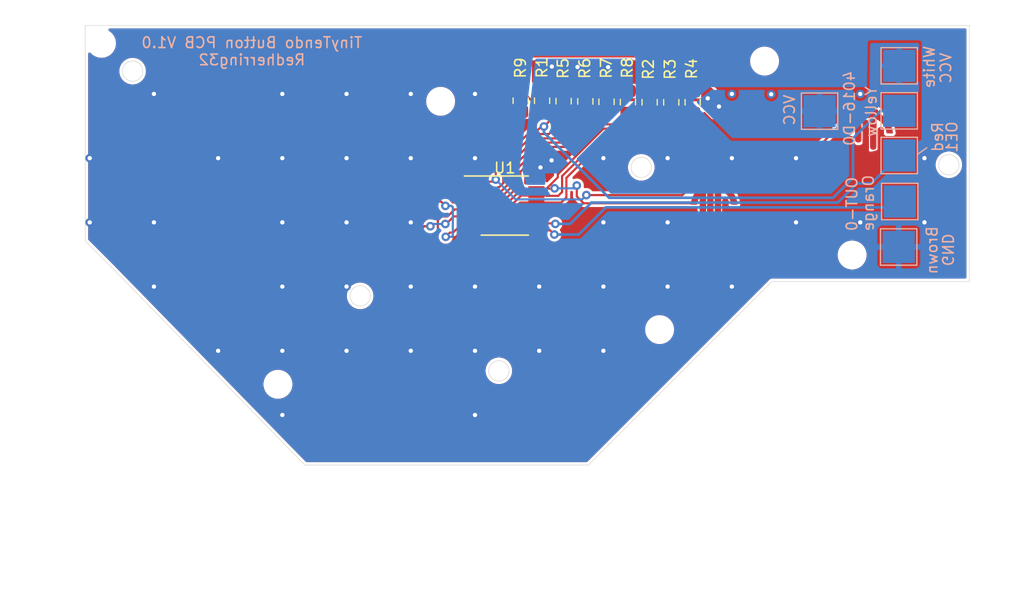
<source format=kicad_pcb>
(kicad_pcb (version 20171130) (host pcbnew "(5.1.10)-1")
  (layers (0 F.Cu signal) (31 B.Cu signal) (34 B.Paste user) (35 F.Paste user) (36 B.SilkS user) (37 F.SilkS user) (38 B.Mask user) (39 F.Mask user) (44 Edge.Cuts user))
  (net 0 "")
  (net 1 /GND)
  (net 2 /Strobe)
  (net 3 /5V)
  (net 4 /Data)
  (net 5 /Clock)
  (net 6 /A)
  (net 7 /B)
  (net 8 /Select)
  (net 9 /Start)
  (net 10 /Up)
  (net 11 /Down)
  (net 12 /Left)
  (net 13 /Right)
  (net 14 "Net-(U1-Pad12)")
  (net 15 "Net-(U1-Pad2)")
  (module TestPoint:TestPoint_Pad_3.0x3.0mm (layer B.Cu) (at 72.34 -54.07)
    (fp_text reference VCC (at -2.81 -0.11 90) (layer B.SilkS) (effects (justify mirror)))
    (fp_text value " ")
    (pad 1 smd rect (at 0 0) (size 3 3) (layers B.Cu B.Mask) (net 3 /5V))
  )
  (module "Button PCB:D-PadV2" (layer F.Cu) (at 18.542 -46.99)
    (fp_text reference " " (at -7.37 5.28) (layer F.SilkS))
    (fp_text value DPAD)
    (pad 4 smd custom (at -8.91 -2.09 90) (size 0.5 0.5) (layers F.Cu F.Paste F.Mask) (net 12 /Left) (options (clearance outline) (anchor circle)) (primitives (gr_poly (pts (xy -1.92 -2.22) (xy -1.21 -2.02) (xy -0.73 -1.72) (xy -0.47 -1.43) (xy -0.28 -1.17) (xy -0.1 -0.95) (xy 0.19 -0.84) (xy 0.21 0.63) (xy 0.03 0.67) (xy -0.21 0.83) (xy -0.51 1.28) (xy -0.97 1.69) (xy -1.48 1.93) (xy -1.89 2.01) (xy -1.92 1.92) (xy -1.92 1.55) (xy -1.52 1.45) (xy -1.03 1.16) (xy -0.67 0.73) (xy -0.62 0.6) (xy -0.68 0.52) (xy -3.29 0.49) (xy -3.44 0.39) (xy -3.45 0.14) (xy -3.33 0.02) (xy -0.58 0.02) (xy -0.47 -0.07) (xy -0.48 -0.4) (xy -0.63 -0.85) (xy -0.71 -0.92) (xy -2.61 -0.93) (xy -2.73 -1) (xy -2.76 -1.21) (xy -2.72 -1.32) (xy -2.64 -1.37) (xy -1.45 -1.37) (xy -1.34 -1.46) (xy -1.36 -1.58) (xy -1.67 -1.72) (xy -1.89 -1.75) (xy -1.93 -2.1)) (width 0.1)) (gr_line (start -1.932931 1.537835) (end -1.932931 2.040678) (width 0.1)) (gr_arc (start -0.582931 -0.099999) (end -0.582931 0.000001) (angle -90) (width 0.1)) (gr_arc (start -1.467725 -1.5) (end -1.467725 -1.399999) (angle -154.6) (width 0.1)) (gr_arc (start -2.575194 -1.2) (end -2.575193 -1.399999) (angle -90) (width 0.1)) (gr_arc (start -3.25297 0.2) (end -3.252969 0.000001) (angle -90) (width 0.1)) (gr_line (start -3.452969 0.200001) (end -3.452969 0.300001) (width 0.1)) (gr_arc (start 0.203733 -1.35) (end -0.237147 -1.11415) (angle -61.9) (width 0.1)) (gr_arc (start -2.132929 -0.1) (end -0.482931 -0.099999) (angle -26.8) (width 0.1)) (gr_line (start -2.775193 -1.199999) (end -2.775193 -1.099999) (width 0.1)) (gr_line (start -2.575193 -0.899999) (end -0.749999 -0.899999) (width 0.1)) (gr_arc (start -2.13293 -0.100002) (end -1.424808 -1.590322) (angle -18.5) (width 0.1)) (gr_line (start -3.252969 0.500001) (end -0.749999 0.500001) (width 0.1)) (gr_arc (start 0.203733 1.150001) (end 0.203733 0.650001) (angle -61.9) (width 0.1)) (gr_arc (start -0.75 0.6) (end -0.660778 0.645162) (angle -116.8) (width 0.1)) (gr_arc (start -3.25297 0.300001) (end -3.452969 0.300001) (angle -90) (width 0.1)) (gr_arc (start -2.132933 -0.100003) (end -1.932931 2.040678) (angle -56.5) (width 0.1)) (gr_arc (start -2.132933 -0.099996) (end -0.237147 -1.11415) (angle -56.5) (width 0.1)) (gr_line (start -1.932931 -1.737833) (end -1.932931 -2.240676) (width 0.1)) (gr_arc (start -0.75 -0.8) (end -0.660778 -0.84516) (angle -63.2) (width 0.1)) (gr_line (start -0.582931 0.000001) (end -3.252969 0.000001) (width 0.1)) (gr_line (start -1.467725 -1.399999) (end -2.575193 -1.399999) (width 0.1)) (gr_arc (start -2.575194 -1.099999) (end -2.775193 -1.099999) (angle -90) (width 0.1)) (gr_line (start 0.203733 -0.849999) (end 0.203733 0.650001) (width 0.1)) (gr_arc (start -2.132932 -0.1) (end -1.932931 1.537835) (angle -56.2) (width 0.1))))
    (pad 5 smd custom (at -9.11 2.13 270) (size 0.5 0.5) (layers F.Cu F.Paste F.Mask) (net 1 /GND) (options (clearance outline) (anchor circle)) (primitives (gr_poly (pts (xy -1.92 -2.22) (xy -1.21 -2.02) (xy -0.73 -1.72) (xy -0.47 -1.43) (xy -0.28 -1.17) (xy -0.1 -0.95) (xy 0.19 -0.84) (xy 0.21 0.63) (xy 0.03 0.67) (xy -0.21 0.83) (xy -0.51 1.28) (xy -0.97 1.69) (xy -1.48 1.93) (xy -1.89 2.01) (xy -1.92 1.92) (xy -1.92 1.55) (xy -1.52 1.45) (xy -1.03 1.16) (xy -0.67 0.73) (xy -0.62 0.6) (xy -0.68 0.52) (xy -3.29 0.49) (xy -3.44 0.39) (xy -3.45 0.14) (xy -3.33 0.02) (xy -0.58 0.02) (xy -0.47 -0.07) (xy -0.48 -0.4) (xy -0.63 -0.85) (xy -0.71 -0.92) (xy -2.61 -0.93) (xy -2.73 -1) (xy -2.76 -1.21) (xy -2.72 -1.32) (xy -2.64 -1.37) (xy -1.45 -1.37) (xy -1.34 -1.46) (xy -1.36 -1.58) (xy -1.67 -1.72) (xy -1.89 -1.75) (xy -1.93 -2.1)) (width 0.1)) (gr_line (start -1.932931 1.537835) (end -1.932931 2.040678) (width 0.1)) (gr_arc (start -0.582931 -0.099999) (end -0.582931 0.000001) (angle -90) (width 0.1)) (gr_arc (start -1.467725 -1.5) (end -1.467725 -1.399999) (angle -154.6) (width 0.1)) (gr_arc (start -2.575194 -1.2) (end -2.575193 -1.399999) (angle -90) (width 0.1)) (gr_arc (start -3.25297 0.2) (end -3.252969 0.000001) (angle -90) (width 0.1)) (gr_line (start -3.452969 0.200001) (end -3.452969 0.300001) (width 0.1)) (gr_arc (start 0.203733 -1.35) (end -0.237147 -1.11415) (angle -61.9) (width 0.1)) (gr_arc (start -2.132929 -0.1) (end -0.482931 -0.099999) (angle -26.8) (width 0.1)) (gr_line (start -2.775193 -1.199999) (end -2.775193 -1.099999) (width 0.1)) (gr_line (start -2.575193 -0.899999) (end -0.749999 -0.899999) (width 0.1)) (gr_arc (start -2.13293 -0.100002) (end -1.424808 -1.590322) (angle -18.5) (width 0.1)) (gr_line (start -3.252969 0.500001) (end -0.749999 0.500001) (width 0.1)) (gr_arc (start 0.203733 1.150001) (end 0.203733 0.650001) (angle -61.9) (width 0.1)) (gr_arc (start -0.75 0.6) (end -0.660778 0.645162) (angle -116.8) (width 0.1)) (gr_arc (start -3.25297 0.300001) (end -3.452969 0.300001) (angle -90) (width 0.1)) (gr_arc (start -2.132933 -0.100003) (end -1.932931 2.040678) (angle -56.5) (width 0.1)) (gr_arc (start -2.132933 -0.099996) (end -0.237147 -1.11415) (angle -56.5) (width 0.1)) (gr_line (start -1.932931 -1.737833) (end -1.932931 -2.240676) (width 0.1)) (gr_arc (start -0.75 -0.8) (end -0.660778 -0.84516) (angle -63.2) (width 0.1)) (gr_line (start -0.582931 0.000001) (end -3.252969 0.000001) (width 0.1)) (gr_line (start -1.467725 -1.399999) (end -2.575193 -1.399999) (width 0.1)) (gr_arc (start -2.575194 -1.099999) (end -2.775193 -1.099999) (angle -90) (width 0.1)) (gr_line (start 0.203733 -0.849999) (end 0.203733 0.650001) (width 0.1)) (gr_arc (start -2.132932 -0.1) (end -1.932931 1.537835) (angle -56.2) (width 0.1))))
    (pad 2 smd custom (at 9.1 -2.09 90) (size 0.5 0.5) (layers F.Cu F.Paste F.Mask) (net 13 /Right) (options (clearance outline) (anchor circle)) (primitives (gr_poly (pts (xy -1.92 -2.22) (xy -1.21 -2.02) (xy -0.73 -1.72) (xy -0.47 -1.43) (xy -0.28 -1.17) (xy -0.1 -0.95) (xy 0.19 -0.84) (xy 0.21 0.63) (xy 0.03 0.67) (xy -0.21 0.83) (xy -0.51 1.28) (xy -0.97 1.69) (xy -1.48 1.93) (xy -1.89 2.01) (xy -1.92 1.92) (xy -1.92 1.55) (xy -1.52 1.45) (xy -1.03 1.16) (xy -0.67 0.73) (xy -0.62 0.6) (xy -0.68 0.52) (xy -3.29 0.49) (xy -3.44 0.39) (xy -3.45 0.14) (xy -3.33 0.02) (xy -0.58 0.02) (xy -0.47 -0.07) (xy -0.48 -0.4) (xy -0.63 -0.85) (xy -0.71 -0.92) (xy -2.61 -0.93) (xy -2.73 -1) (xy -2.76 -1.21) (xy -2.72 -1.32) (xy -2.64 -1.37) (xy -1.45 -1.37) (xy -1.34 -1.46) (xy -1.36 -1.58) (xy -1.67 -1.72) (xy -1.89 -1.75) (xy -1.93 -2.1)) (width 0.1)) (gr_line (start -1.932931 1.537835) (end -1.932931 2.040678) (width 0.1)) (gr_arc (start -0.582931 -0.099999) (end -0.582931 0.000001) (angle -90) (width 0.1)) (gr_arc (start -1.467725 -1.5) (end -1.467725 -1.399999) (angle -154.6) (width 0.1)) (gr_arc (start -2.575194 -1.2) (end -2.575193 -1.399999) (angle -90) (width 0.1)) (gr_arc (start -3.25297 0.2) (end -3.252969 0.000001) (angle -90) (width 0.1)) (gr_line (start -3.452969 0.200001) (end -3.452969 0.300001) (width 0.1)) (gr_arc (start 0.203733 -1.35) (end -0.237147 -1.11415) (angle -61.9) (width 0.1)) (gr_arc (start -2.132929 -0.1) (end -0.482931 -0.099999) (angle -26.8) (width 0.1)) (gr_line (start -2.775193 -1.199999) (end -2.775193 -1.099999) (width 0.1)) (gr_line (start -2.575193 -0.899999) (end -0.749999 -0.899999) (width 0.1)) (gr_arc (start -2.13293 -0.100002) (end -1.424808 -1.590322) (angle -18.5) (width 0.1)) (gr_line (start -3.252969 0.500001) (end -0.749999 0.500001) (width 0.1)) (gr_arc (start 0.203733 1.150001) (end 0.203733 0.650001) (angle -61.9) (width 0.1)) (gr_arc (start -0.75 0.6) (end -0.660778 0.645162) (angle -116.8) (width 0.1)) (gr_arc (start -3.25297 0.300001) (end -3.452969 0.300001) (angle -90) (width 0.1)) (gr_arc (start -2.132933 -0.100003) (end -1.932931 2.040678) (angle -56.5) (width 0.1)) (gr_arc (start -2.132933 -0.099996) (end -0.237147 -1.11415) (angle -56.5) (width 0.1)) (gr_line (start -1.932931 -1.737833) (end -1.932931 -2.240676) (width 0.1)) (gr_arc (start -0.75 -0.8) (end -0.660778 -0.84516) (angle -63.2) (width 0.1)) (gr_line (start -0.582931 0.000001) (end -3.252969 0.000001) (width 0.1)) (gr_line (start -1.467725 -1.399999) (end -2.575193 -1.399999) (width 0.1)) (gr_arc (start -2.575194 -1.099999) (end -2.775193 -1.099999) (angle -90) (width 0.1)) (gr_line (start 0.203733 -0.849999) (end 0.203733 0.650001) (width 0.1)) (gr_arc (start -2.132932 -0.1) (end -1.932931 1.537835) (angle -56.2) (width 0.1))))
    (pad 5 smd custom (at 8.9 2.13 270) (size 0.5 0.5) (layers F.Cu F.Paste F.Mask) (net 1 /GND) (options (clearance outline) (anchor circle)) (primitives (gr_poly (pts (xy -1.92 -2.22) (xy -1.21 -2.02) (xy -0.73 -1.72) (xy -0.47 -1.43) (xy -0.28 -1.17) (xy -0.1 -0.95) (xy 0.19 -0.84) (xy 0.21 0.63) (xy 0.03 0.67) (xy -0.21 0.83) (xy -0.51 1.28) (xy -0.97 1.69) (xy -1.48 1.93) (xy -1.89 2.01) (xy -1.92 1.92) (xy -1.92 1.55) (xy -1.52 1.45) (xy -1.03 1.16) (xy -0.67 0.73) (xy -0.62 0.6) (xy -0.68 0.52) (xy -3.29 0.49) (xy -3.44 0.39) (xy -3.45 0.14) (xy -3.33 0.02) (xy -0.58 0.02) (xy -0.47 -0.07) (xy -0.48 -0.4) (xy -0.63 -0.85) (xy -0.71 -0.92) (xy -2.61 -0.93) (xy -2.73 -1) (xy -2.76 -1.21) (xy -2.72 -1.32) (xy -2.64 -1.37) (xy -1.45 -1.37) (xy -1.34 -1.46) (xy -1.36 -1.58) (xy -1.67 -1.72) (xy -1.89 -1.75) (xy -1.93 -2.1)) (width 0.1)) (gr_line (start -1.932931 1.537835) (end -1.932931 2.040678) (width 0.1)) (gr_arc (start -0.582931 -0.099999) (end -0.582931 0.000001) (angle -90) (width 0.1)) (gr_arc (start -1.467725 -1.5) (end -1.467725 -1.399999) (angle -154.6) (width 0.1)) (gr_arc (start -2.575194 -1.2) (end -2.575193 -1.399999) (angle -90) (width 0.1)) (gr_arc (start -3.25297 0.2) (end -3.252969 0.000001) (angle -90) (width 0.1)) (gr_line (start -3.452969 0.200001) (end -3.452969 0.300001) (width 0.1)) (gr_arc (start 0.203733 -1.35) (end -0.237147 -1.11415) (angle -61.9) (width 0.1)) (gr_arc (start -2.132929 -0.1) (end -0.482931 -0.099999) (angle -26.8) (width 0.1)) (gr_line (start -2.775193 -1.199999) (end -2.775193 -1.099999) (width 0.1)) (gr_line (start -2.575193 -0.899999) (end -0.749999 -0.899999) (width 0.1)) (gr_arc (start -2.13293 -0.100002) (end -1.424808 -1.590322) (angle -18.5) (width 0.1)) (gr_line (start -3.252969 0.500001) (end -0.749999 0.500001) (width 0.1)) (gr_arc (start 0.203733 1.150001) (end 0.203733 0.650001) (angle -61.9) (width 0.1)) (gr_arc (start -0.75 0.6) (end -0.660778 0.645162) (angle -116.8) (width 0.1)) (gr_arc (start -3.25297 0.300001) (end -3.452969 0.300001) (angle -90) (width 0.1)) (gr_arc (start -2.132933 -0.100003) (end -1.932931 2.040678) (angle -56.5) (width 0.1)) (gr_arc (start -2.132933 -0.099996) (end -0.237147 -1.11415) (angle -56.5) (width 0.1)) (gr_line (start -1.932931 -1.737833) (end -1.932931 -2.240676) (width 0.1)) (gr_arc (start -0.75 -0.8) (end -0.660778 -0.84516) (angle -63.2) (width 0.1)) (gr_line (start -0.582931 0.000001) (end -3.252969 0.000001) (width 0.1)) (gr_line (start -1.467725 -1.399999) (end -2.575193 -1.399999) (width 0.1)) (gr_arc (start -2.575194 -1.099999) (end -2.775193 -1.099999) (angle -90) (width 0.1)) (gr_line (start 0.203733 -0.849999) (end 0.203733 0.650001) (width 0.1)) (gr_arc (start -2.132932 -0.1) (end -1.932931 1.537835) (angle -56.2) (width 0.1))))
    (pad 3 smd custom (at 0.1 6.91 90) (size 0.5 0.5) (layers F.Cu F.Paste F.Mask) (net 11 /Down) (options (clearance outline) (anchor circle)) (primitives (gr_poly (pts (xy -1.92 -2.22) (xy -1.21 -2.02) (xy -0.73 -1.72) (xy -0.47 -1.43) (xy -0.28 -1.17) (xy -0.1 -0.95) (xy 0.19 -0.84) (xy 0.21 0.63) (xy 0.03 0.67) (xy -0.21 0.83) (xy -0.51 1.28) (xy -0.97 1.69) (xy -1.48 1.93) (xy -1.89 2.01) (xy -1.92 1.92) (xy -1.92 1.55) (xy -1.52 1.45) (xy -1.03 1.16) (xy -0.67 0.73) (xy -0.62 0.6) (xy -0.68 0.52) (xy -3.29 0.49) (xy -3.44 0.39) (xy -3.45 0.14) (xy -3.33 0.02) (xy -0.58 0.02) (xy -0.47 -0.07) (xy -0.48 -0.4) (xy -0.63 -0.85) (xy -0.71 -0.92) (xy -2.61 -0.93) (xy -2.73 -1) (xy -2.76 -1.21) (xy -2.72 -1.32) (xy -2.64 -1.37) (xy -1.45 -1.37) (xy -1.34 -1.46) (xy -1.36 -1.58) (xy -1.67 -1.72) (xy -1.89 -1.75) (xy -1.93 -2.1)) (width 0.1)) (gr_line (start -1.932931 1.537835) (end -1.932931 2.040678) (width 0.1)) (gr_arc (start -0.582931 -0.099999) (end -0.582931 0.000001) (angle -90) (width 0.1)) (gr_arc (start -1.467725 -1.5) (end -1.467725 -1.399999) (angle -154.6) (width 0.1)) (gr_arc (start -2.575194 -1.2) (end -2.575193 -1.399999) (angle -90) (width 0.1)) (gr_arc (start -3.25297 0.2) (end -3.252969 0.000001) (angle -90) (width 0.1)) (gr_line (start -3.452969 0.200001) (end -3.452969 0.300001) (width 0.1)) (gr_arc (start 0.203733 -1.35) (end -0.237147 -1.11415) (angle -61.9) (width 0.1)) (gr_arc (start -2.132929 -0.1) (end -0.482931 -0.099999) (angle -26.8) (width 0.1)) (gr_line (start -2.775193 -1.199999) (end -2.775193 -1.099999) (width 0.1)) (gr_line (start -2.575193 -0.899999) (end -0.749999 -0.899999) (width 0.1)) (gr_arc (start -2.13293 -0.100002) (end -1.424808 -1.590322) (angle -18.5) (width 0.1)) (gr_line (start -3.252969 0.500001) (end -0.749999 0.500001) (width 0.1)) (gr_arc (start 0.203733 1.150001) (end 0.203733 0.650001) (angle -61.9) (width 0.1)) (gr_arc (start -0.75 0.6) (end -0.660778 0.645162) (angle -116.8) (width 0.1)) (gr_arc (start -3.25297 0.300001) (end -3.452969 0.300001) (angle -90) (width 0.1)) (gr_arc (start -2.132933 -0.100003) (end -1.932931 2.040678) (angle -56.5) (width 0.1)) (gr_arc (start -2.132933 -0.099996) (end -0.237147 -1.11415) (angle -56.5) (width 0.1)) (gr_line (start -1.932931 -1.737833) (end -1.932931 -2.240676) (width 0.1)) (gr_arc (start -0.75 -0.8) (end -0.660778 -0.84516) (angle -63.2) (width 0.1)) (gr_line (start -0.582931 0.000001) (end -3.252969 0.000001) (width 0.1)) (gr_line (start -1.467725 -1.399999) (end -2.575193 -1.399999) (width 0.1)) (gr_arc (start -2.575194 -1.099999) (end -2.775193 -1.099999) (angle -90) (width 0.1)) (gr_line (start 0.203733 -0.849999) (end 0.203733 0.650001) (width 0.1)) (gr_arc (start -2.132932 -0.1) (end -1.932931 1.537835) (angle -56.2) (width 0.1))))
    (pad 5 smd custom (at -0.1 11.13 270) (size 0.5 0.5) (layers F.Cu F.Paste F.Mask) (net 1 /GND) (options (clearance outline) (anchor circle)) (primitives (gr_poly (pts (xy -1.92 -2.22) (xy -1.21 -2.02) (xy -0.73 -1.72) (xy -0.47 -1.43) (xy -0.28 -1.17) (xy -0.1 -0.95) (xy 0.19 -0.84) (xy 0.21 0.63) (xy 0.03 0.67) (xy -0.21 0.83) (xy -0.51 1.28) (xy -0.97 1.69) (xy -1.48 1.93) (xy -1.89 2.01) (xy -1.92 1.92) (xy -1.92 1.55) (xy -1.52 1.45) (xy -1.03 1.16) (xy -0.67 0.73) (xy -0.62 0.6) (xy -0.68 0.52) (xy -3.29 0.49) (xy -3.44 0.39) (xy -3.45 0.14) (xy -3.33 0.02) (xy -0.58 0.02) (xy -0.47 -0.07) (xy -0.48 -0.4) (xy -0.63 -0.85) (xy -0.71 -0.92) (xy -2.61 -0.93) (xy -2.73 -1) (xy -2.76 -1.21) (xy -2.72 -1.32) (xy -2.64 -1.37) (xy -1.45 -1.37) (xy -1.34 -1.46) (xy -1.36 -1.58) (xy -1.67 -1.72) (xy -1.89 -1.75) (xy -1.93 -2.1)) (width 0.1)) (gr_line (start -1.932931 1.537835) (end -1.932931 2.040678) (width 0.1)) (gr_arc (start -0.582931 -0.099999) (end -0.582931 0.000001) (angle -90) (width 0.1)) (gr_arc (start -1.467725 -1.5) (end -1.467725 -1.399999) (angle -154.6) (width 0.1)) (gr_arc (start -2.575194 -1.2) (end -2.575193 -1.399999) (angle -90) (width 0.1)) (gr_arc (start -3.25297 0.2) (end -3.252969 0.000001) (angle -90) (width 0.1)) (gr_line (start -3.452969 0.200001) (end -3.452969 0.300001) (width 0.1)) (gr_arc (start 0.203733 -1.35) (end -0.237147 -1.11415) (angle -61.9) (width 0.1)) (gr_arc (start -2.132929 -0.1) (end -0.482931 -0.099999) (angle -26.8) (width 0.1)) (gr_line (start -2.775193 -1.199999) (end -2.775193 -1.099999) (width 0.1)) (gr_line (start -2.575193 -0.899999) (end -0.749999 -0.899999) (width 0.1)) (gr_arc (start -2.13293 -0.100002) (end -1.424808 -1.590322) (angle -18.5) (width 0.1)) (gr_line (start -3.252969 0.500001) (end -0.749999 0.500001) (width 0.1)) (gr_arc (start 0.203733 1.150001) (end 0.203733 0.650001) (angle -61.9) (width 0.1)) (gr_arc (start -0.75 0.6) (end -0.660778 0.645162) (angle -116.8) (width 0.1)) (gr_arc (start -3.25297 0.300001) (end -3.452969 0.300001) (angle -90) (width 0.1)) (gr_arc (start -2.132933 -0.100003) (end -1.932931 2.040678) (angle -56.5) (width 0.1)) (gr_arc (start -2.132933 -0.099996) (end -0.237147 -1.11415) (angle -56.5) (width 0.1)) (gr_line (start -1.932931 -1.737833) (end -1.932931 -2.240676) (width 0.1)) (gr_arc (start -0.75 -0.8) (end -0.660778 -0.84516) (angle -63.2) (width 0.1)) (gr_line (start -0.582931 0.000001) (end -3.252969 0.000001) (width 0.1)) (gr_line (start -1.467725 -1.399999) (end -2.575193 -1.399999) (width 0.1)) (gr_arc (start -2.575194 -1.099999) (end -2.775193 -1.099999) (angle -90) (width 0.1)) (gr_line (start 0.203733 -0.849999) (end 0.203733 0.650001) (width 0.1)) (gr_arc (start -2.132932 -0.1) (end -1.932931 1.537835) (angle -56.2) (width 0.1))))
    (pad 5 smd custom (at -0.1 -6.86 270) (size 0.5 0.5) (layers F.Cu F.Paste F.Mask) (net 1 /GND) (options (clearance outline) (anchor circle)) (primitives (gr_poly (pts (xy -1.92 -2.22) (xy -1.21 -2.02) (xy -0.73 -1.72) (xy -0.47 -1.43) (xy -0.28 -1.17) (xy -0.1 -0.95) (xy 0.19 -0.84) (xy 0.21 0.63) (xy 0.03 0.67) (xy -0.21 0.83) (xy -0.51 1.28) (xy -0.97 1.69) (xy -1.48 1.93) (xy -1.89 2.01) (xy -1.92 1.92) (xy -1.92 1.55) (xy -1.52 1.45) (xy -1.03 1.16) (xy -0.67 0.73) (xy -0.62 0.6) (xy -0.68 0.52) (xy -3.29 0.49) (xy -3.44 0.39) (xy -3.45 0.14) (xy -3.33 0.02) (xy -0.58 0.02) (xy -0.47 -0.07) (xy -0.48 -0.4) (xy -0.63 -0.85) (xy -0.71 -0.92) (xy -2.61 -0.93) (xy -2.73 -1) (xy -2.76 -1.21) (xy -2.72 -1.32) (xy -2.64 -1.37) (xy -1.45 -1.37) (xy -1.34 -1.46) (xy -1.36 -1.58) (xy -1.67 -1.72) (xy -1.89 -1.75) (xy -1.93 -2.1)) (width 0.1)) (gr_line (start -1.932931 1.537835) (end -1.932931 2.040678) (width 0.1)) (gr_arc (start -0.582931 -0.099999) (end -0.582931 0.000001) (angle -90) (width 0.1)) (gr_arc (start -1.467725 -1.5) (end -1.467725 -1.399999) (angle -154.6) (width 0.1)) (gr_arc (start -2.575194 -1.2) (end -2.575193 -1.399999) (angle -90) (width 0.1)) (gr_arc (start -3.25297 0.2) (end -3.252969 0.000001) (angle -90) (width 0.1)) (gr_line (start -3.452969 0.200001) (end -3.452969 0.300001) (width 0.1)) (gr_arc (start 0.203733 -1.35) (end -0.237147 -1.11415) (angle -61.9) (width 0.1)) (gr_arc (start -2.132929 -0.1) (end -0.482931 -0.099999) (angle -26.8) (width 0.1)) (gr_line (start -2.775193 -1.199999) (end -2.775193 -1.099999) (width 0.1)) (gr_line (start -2.575193 -0.899999) (end -0.749999 -0.899999) (width 0.1)) (gr_arc (start -2.13293 -0.100002) (end -1.424808 -1.590322) (angle -18.5) (width 0.1)) (gr_line (start -3.252969 0.500001) (end -0.749999 0.500001) (width 0.1)) (gr_arc (start 0.203733 1.150001) (end 0.203733 0.650001) (angle -61.9) (width 0.1)) (gr_arc (start -0.75 0.6) (end -0.660778 0.645162) (angle -116.8) (width 0.1)) (gr_arc (start -3.25297 0.300001) (end -3.452969 0.300001) (angle -90) (width 0.1)) (gr_arc (start -2.132933 -0.100003) (end -1.932931 2.040678) (angle -56.5) (width 0.1)) (gr_arc (start -2.132933 -0.099996) (end -0.237147 -1.11415) (angle -56.5) (width 0.1)) (gr_line (start -1.932931 -1.737833) (end -1.932931 -2.240676) (width 0.1)) (gr_arc (start -0.75 -0.8) (end -0.660778 -0.84516) (angle -63.2) (width 0.1)) (gr_line (start -0.582931 0.000001) (end -3.252969 0.000001) (width 0.1)) (gr_line (start -1.467725 -1.399999) (end -2.575193 -1.399999) (width 0.1)) (gr_arc (start -2.575194 -1.099999) (end -2.775193 -1.099999) (angle -90) (width 0.1)) (gr_line (start 0.203733 -0.849999) (end 0.203733 0.650001) (width 0.1)) (gr_arc (start -2.132932 -0.1) (end -1.932931 1.537835) (angle -56.2) (width 0.1))))
    (pad 1 smd custom (at 0.1 -11.08 90) (size 0.5 0.5) (layers F.Cu F.Paste F.Mask) (net 10 /Up) (options (clearance outline) (anchor circle)) (primitives (gr_poly (pts (xy -1.92 -2.22) (xy -1.21 -2.02) (xy -0.73 -1.72) (xy -0.47 -1.43) (xy -0.28 -1.17) (xy -0.1 -0.95) (xy 0.19 -0.84) (xy 0.21 0.63) (xy 0.03 0.67) (xy -0.21 0.83) (xy -0.51 1.28) (xy -0.97 1.69) (xy -1.48 1.93) (xy -1.89 2.01) (xy -1.92 1.92) (xy -1.92 1.55) (xy -1.52 1.45) (xy -1.03 1.16) (xy -0.67 0.73) (xy -0.62 0.6) (xy -0.68 0.52) (xy -3.29 0.49) (xy -3.44 0.39) (xy -3.45 0.14) (xy -3.33 0.02) (xy -0.58 0.02) (xy -0.47 -0.07) (xy -0.48 -0.4) (xy -0.63 -0.85) (xy -0.71 -0.92) (xy -2.61 -0.93) (xy -2.73 -1) (xy -2.76 -1.21) (xy -2.72 -1.32) (xy -2.64 -1.37) (xy -1.45 -1.37) (xy -1.34 -1.46) (xy -1.36 -1.58) (xy -1.67 -1.72) (xy -1.89 -1.75) (xy -1.93 -2.1)) (width 0.1)) (gr_line (start -1.932931 1.537835) (end -1.932931 2.040678) (width 0.1)) (gr_arc (start -0.582931 -0.099999) (end -0.582931 0.000001) (angle -90) (width 0.1)) (gr_arc (start -1.467725 -1.5) (end -1.467725 -1.399999) (angle -154.6) (width 0.1)) (gr_arc (start -2.575194 -1.2) (end -2.575193 -1.399999) (angle -90) (width 0.1)) (gr_arc (start -3.25297 0.2) (end -3.252969 0.000001) (angle -90) (width 0.1)) (gr_line (start -3.452969 0.200001) (end -3.452969 0.300001) (width 0.1)) (gr_arc (start 0.203733 -1.35) (end -0.237147 -1.11415) (angle -61.9) (width 0.1)) (gr_arc (start -2.132929 -0.1) (end -0.482931 -0.099999) (angle -26.8) (width 0.1)) (gr_line (start -2.775193 -1.199999) (end -2.775193 -1.099999) (width 0.1)) (gr_line (start -2.575193 -0.899999) (end -0.749999 -0.899999) (width 0.1)) (gr_arc (start -2.13293 -0.100002) (end -1.424808 -1.590322) (angle -18.5) (width 0.1)) (gr_line (start -3.252969 0.500001) (end -0.749999 0.500001) (width 0.1)) (gr_arc (start 0.203733 1.150001) (end 0.203733 0.650001) (angle -61.9) (width 0.1)) (gr_arc (start -0.75 0.6) (end -0.660778 0.645162) (angle -116.8) (width 0.1)) (gr_arc (start -3.25297 0.300001) (end -3.452969 0.300001) (angle -90) (width 0.1)) (gr_arc (start -2.132933 -0.100003) (end -1.932931 2.040678) (angle -56.5) (width 0.1)) (gr_arc (start -2.132933 -0.099996) (end -0.237147 -1.11415) (angle -56.5) (width 0.1)) (gr_line (start -1.932931 -1.737833) (end -1.932931 -2.240676) (width 0.1)) (gr_arc (start -0.75 -0.8) (end -0.660778 -0.84516) (angle -63.2) (width 0.1)) (gr_line (start -0.582931 0.000001) (end -3.252969 0.000001) (width 0.1)) (gr_line (start -1.467725 -1.399999) (end -2.575193 -1.399999) (width 0.1)) (gr_arc (start -2.575194 -1.099999) (end -2.775193 -1.099999) (angle -90) (width 0.1)) (gr_line (start 0.203733 -0.849999) (end 0.203733 0.650001) (width 0.1)) (gr_arc (start -2.132932 -0.1) (end -1.932931 1.537835) (angle -56.2) (width 0.1))))
  )
  (module "Button PCB:AB V2" (layer F.Cu) (at 62.484 -45.212)
    (fp_text reference " " (at -3.824 4.552) (layer F.SilkS))
    (fp_text value ABXY)
    (pad 1 smd custom (at 14.62 -8.76 90) (size 0.5 0.5) (layers F.Cu F.Paste F.Mask) (net 6 /A) (options (clearance outline) (anchor circle)) (primitives (gr_poly (pts (xy -1.92 -2.22) (xy -1.21 -2.02) (xy -0.73 -1.72) (xy -0.47 -1.43) (xy -0.28 -1.17) (xy -0.1 -0.95) (xy 0.19 -0.84) (xy 0.21 0.63) (xy 0.03 0.67) (xy -0.21 0.83) (xy -0.51 1.28) (xy -0.97 1.69) (xy -1.48 1.93) (xy -1.89 2.01) (xy -1.92 1.92) (xy -1.92 1.55) (xy -1.52 1.45) (xy -1.03 1.16) (xy -0.67 0.73) (xy -0.62 0.6) (xy -0.68 0.52) (xy -3.29 0.49) (xy -3.44 0.39) (xy -3.45 0.14) (xy -3.33 0.02) (xy -0.58 0.02) (xy -0.47 -0.07) (xy -0.48 -0.4) (xy -0.63 -0.85) (xy -0.71 -0.92) (xy -2.61 -0.93) (xy -2.73 -1) (xy -2.76 -1.21) (xy -2.72 -1.32) (xy -2.64 -1.37) (xy -1.45 -1.37) (xy -1.34 -1.46) (xy -1.36 -1.58) (xy -1.67 -1.72) (xy -1.89 -1.75) (xy -1.93 -2.1)) (width 0.1)) (gr_line (start -1.932931 1.537835) (end -1.932931 2.040678) (width 0.1)) (gr_arc (start -0.582931 -0.099999) (end -0.582931 0.000001) (angle -90) (width 0.1)) (gr_arc (start -1.467725 -1.5) (end -1.467725 -1.399999) (angle -154.6) (width 0.1)) (gr_arc (start -2.575194 -1.2) (end -2.575193 -1.399999) (angle -90) (width 0.1)) (gr_arc (start -3.25297 0.2) (end -3.252969 0.000001) (angle -90) (width 0.1)) (gr_line (start -3.452969 0.200001) (end -3.452969 0.300001) (width 0.1)) (gr_arc (start 0.203733 -1.35) (end -0.237147 -1.11415) (angle -61.9) (width 0.1)) (gr_arc (start -2.132929 -0.1) (end -0.482931 -0.099999) (angle -26.8) (width 0.1)) (gr_line (start -2.775193 -1.199999) (end -2.775193 -1.099999) (width 0.1)) (gr_line (start -2.575193 -0.899999) (end -0.749999 -0.899999) (width 0.1)) (gr_arc (start -2.13293 -0.100002) (end -1.424808 -1.590322) (angle -18.5) (width 0.1)) (gr_line (start -3.252969 0.500001) (end -0.749999 0.500001) (width 0.1)) (gr_arc (start 0.203733 1.150001) (end 0.203733 0.650001) (angle -61.9) (width 0.1)) (gr_arc (start -0.75 0.6) (end -0.660778 0.645162) (angle -116.8) (width 0.1)) (gr_arc (start -3.25297 0.300001) (end -3.452969 0.300001) (angle -90) (width 0.1)) (gr_arc (start -2.132933 -0.100003) (end -1.932931 2.040678) (angle -56.5) (width 0.1)) (gr_arc (start -2.132933 -0.099996) (end -0.237147 -1.11415) (angle -56.5) (width 0.1)) (gr_line (start -1.932931 -1.737833) (end -1.932931 -2.240676) (width 0.1)) (gr_arc (start -0.75 -0.8) (end -0.660778 -0.84516) (angle -63.2) (width 0.1)) (gr_line (start -0.582931 0.000001) (end -3.252969 0.000001) (width 0.1)) (gr_line (start -1.467725 -1.399999) (end -2.575193 -1.399999) (width 0.1)) (gr_arc (start -2.575194 -1.099999) (end -2.775193 -1.099999) (angle -90) (width 0.1)) (gr_line (start 0.203733 -0.849999) (end 0.203733 0.650001) (width 0.1)) (gr_arc (start -2.132932 -0.1) (end -1.932931 1.537835) (angle -56.2) (width 0.1))))
    (pad 3 smd custom (at 14.42 -4.54 270) (size 0.5 0.5) (layers F.Cu F.Paste F.Mask) (net 1 /GND) (options (clearance outline) (anchor circle)) (primitives (gr_poly (pts (xy -1.92 -2.22) (xy -1.21 -2.02) (xy -0.73 -1.72) (xy -0.47 -1.43) (xy -0.28 -1.17) (xy -0.1 -0.95) (xy 0.19 -0.84) (xy 0.21 0.63) (xy 0.03 0.67) (xy -0.21 0.83) (xy -0.51 1.28) (xy -0.97 1.69) (xy -1.48 1.93) (xy -1.89 2.01) (xy -1.92 1.92) (xy -1.92 1.55) (xy -1.52 1.45) (xy -1.03 1.16) (xy -0.67 0.73) (xy -0.62 0.6) (xy -0.68 0.52) (xy -3.29 0.49) (xy -3.44 0.39) (xy -3.45 0.14) (xy -3.33 0.02) (xy -0.58 0.02) (xy -0.47 -0.07) (xy -0.48 -0.4) (xy -0.63 -0.85) (xy -0.71 -0.92) (xy -2.61 -0.93) (xy -2.73 -1) (xy -2.76 -1.21) (xy -2.72 -1.32) (xy -2.64 -1.37) (xy -1.45 -1.37) (xy -1.34 -1.46) (xy -1.36 -1.58) (xy -1.67 -1.72) (xy -1.89 -1.75) (xy -1.93 -2.1)) (width 0.1)) (gr_line (start -1.932931 1.537835) (end -1.932931 2.040678) (width 0.1)) (gr_arc (start -0.582931 -0.099999) (end -0.582931 0.000001) (angle -90) (width 0.1)) (gr_arc (start -1.467725 -1.5) (end -1.467725 -1.399999) (angle -154.6) (width 0.1)) (gr_arc (start -2.575194 -1.2) (end -2.575193 -1.399999) (angle -90) (width 0.1)) (gr_arc (start -3.25297 0.2) (end -3.252969 0.000001) (angle -90) (width 0.1)) (gr_line (start -3.452969 0.200001) (end -3.452969 0.300001) (width 0.1)) (gr_arc (start 0.203733 -1.35) (end -0.237147 -1.11415) (angle -61.9) (width 0.1)) (gr_arc (start -2.132929 -0.1) (end -0.482931 -0.099999) (angle -26.8) (width 0.1)) (gr_line (start -2.775193 -1.199999) (end -2.775193 -1.099999) (width 0.1)) (gr_line (start -2.575193 -0.899999) (end -0.749999 -0.899999) (width 0.1)) (gr_arc (start -2.13293 -0.100002) (end -1.424808 -1.590322) (angle -18.5) (width 0.1)) (gr_line (start -3.252969 0.500001) (end -0.749999 0.500001) (width 0.1)) (gr_arc (start 0.203733 1.150001) (end 0.203733 0.650001) (angle -61.9) (width 0.1)) (gr_arc (start -0.75 0.6) (end -0.660778 0.645162) (angle -116.8) (width 0.1)) (gr_arc (start -3.25297 0.300001) (end -3.452969 0.300001) (angle -90) (width 0.1)) (gr_arc (start -2.132933 -0.100003) (end -1.932931 2.040678) (angle -56.5) (width 0.1)) (gr_arc (start -2.132933 -0.099996) (end -0.237147 -1.11415) (angle -56.5) (width 0.1)) (gr_line (start -1.932931 -1.737833) (end -1.932931 -2.240676) (width 0.1)) (gr_arc (start -0.75 -0.8) (end -0.660778 -0.84516) (angle -63.2) (width 0.1)) (gr_line (start -0.582931 0.000001) (end -3.252969 0.000001) (width 0.1)) (gr_line (start -1.467725 -1.399999) (end -2.575193 -1.399999) (width 0.1)) (gr_arc (start -2.575194 -1.099999) (end -2.775193 -1.099999) (angle -90) (width 0.1)) (gr_line (start 0.203733 -0.849999) (end 0.203733 0.650001) (width 0.1)) (gr_arc (start -2.132932 -0.1) (end -1.932931 1.537835) (angle -56.2) (width 0.1))))
    (pad 3 smd custom (at -0.1 2.12 270) (size 0.5 0.5) (layers F.Cu F.Paste F.Mask) (net 1 /GND) (options (clearance outline) (anchor circle)) (primitives (gr_poly (pts (xy -1.92 -2.22) (xy -1.21 -2.02) (xy -0.73 -1.72) (xy -0.47 -1.43) (xy -0.28 -1.17) (xy -0.1 -0.95) (xy 0.19 -0.84) (xy 0.21 0.63) (xy 0.03 0.67) (xy -0.21 0.83) (xy -0.51 1.28) (xy -0.97 1.69) (xy -1.48 1.93) (xy -1.89 2.01) (xy -1.92 1.92) (xy -1.92 1.55) (xy -1.52 1.45) (xy -1.03 1.16) (xy -0.67 0.73) (xy -0.62 0.6) (xy -0.68 0.52) (xy -3.29 0.49) (xy -3.44 0.39) (xy -3.45 0.14) (xy -3.33 0.02) (xy -0.58 0.02) (xy -0.47 -0.07) (xy -0.48 -0.4) (xy -0.63 -0.85) (xy -0.71 -0.92) (xy -2.61 -0.93) (xy -2.73 -1) (xy -2.76 -1.21) (xy -2.72 -1.32) (xy -2.64 -1.37) (xy -1.45 -1.37) (xy -1.34 -1.46) (xy -1.36 -1.58) (xy -1.67 -1.72) (xy -1.89 -1.75) (xy -1.93 -2.1)) (width 0.1)) (gr_line (start -1.932931 1.537835) (end -1.932931 2.040678) (width 0.1)) (gr_arc (start -0.582931 -0.099999) (end -0.582931 0.000001) (angle -90) (width 0.1)) (gr_arc (start -1.467725 -1.5) (end -1.467725 -1.399999) (angle -154.6) (width 0.1)) (gr_arc (start -2.575194 -1.2) (end -2.575193 -1.399999) (angle -90) (width 0.1)) (gr_arc (start -3.25297 0.2) (end -3.252969 0.000001) (angle -90) (width 0.1)) (gr_line (start -3.452969 0.200001) (end -3.452969 0.300001) (width 0.1)) (gr_arc (start 0.203733 -1.35) (end -0.237147 -1.11415) (angle -61.9) (width 0.1)) (gr_arc (start -2.132929 -0.1) (end -0.482931 -0.099999) (angle -26.8) (width 0.1)) (gr_line (start -2.775193 -1.199999) (end -2.775193 -1.099999) (width 0.1)) (gr_line (start -2.575193 -0.899999) (end -0.749999 -0.899999) (width 0.1)) (gr_arc (start -2.13293 -0.100002) (end -1.424808 -1.590322) (angle -18.5) (width 0.1)) (gr_line (start -3.252969 0.500001) (end -0.749999 0.500001) (width 0.1)) (gr_arc (start 0.203733 1.150001) (end 0.203733 0.650001) (angle -61.9) (width 0.1)) (gr_arc (start -0.75 0.6) (end -0.660778 0.645162) (angle -116.8) (width 0.1)) (gr_arc (start -3.25297 0.300001) (end -3.452969 0.300001) (angle -90) (width 0.1)) (gr_arc (start -2.132933 -0.100003) (end -1.932931 2.040678) (angle -56.5) (width 0.1)) (gr_arc (start -2.132933 -0.099996) (end -0.237147 -1.11415) (angle -56.5) (width 0.1)) (gr_line (start -1.932931 -1.737833) (end -1.932931 -2.240676) (width 0.1)) (gr_arc (start -0.75 -0.8) (end -0.660778 -0.84516) (angle -63.2) (width 0.1)) (gr_line (start -0.582931 0.000001) (end -3.252969 0.000001) (width 0.1)) (gr_line (start -1.467725 -1.399999) (end -2.575193 -1.399999) (width 0.1)) (gr_arc (start -2.575194 -1.099999) (end -2.775193 -1.099999) (angle -90) (width 0.1)) (gr_line (start 0.203733 -0.849999) (end 0.203733 0.650001) (width 0.1)) (gr_arc (start -2.132932 -0.1) (end -1.932931 1.537835) (angle -56.2) (width 0.1))))
    (pad 2 smd custom (at 0.1 -2.1 90) (size 0.5 0.5) (layers F.Cu F.Paste F.Mask) (net 7 /B) (options (clearance outline) (anchor circle)) (primitives (gr_poly (pts (xy -1.92 -2.22) (xy -1.21 -2.02) (xy -0.73 -1.72) (xy -0.47 -1.43) (xy -0.28 -1.17) (xy -0.1 -0.95) (xy 0.19 -0.84) (xy 0.21 0.63) (xy 0.03 0.67) (xy -0.21 0.83) (xy -0.51 1.28) (xy -0.97 1.69) (xy -1.48 1.93) (xy -1.89 2.01) (xy -1.92 1.92) (xy -1.92 1.55) (xy -1.52 1.45) (xy -1.03 1.16) (xy -0.67 0.73) (xy -0.62 0.6) (xy -0.68 0.52) (xy -3.29 0.49) (xy -3.44 0.39) (xy -3.45 0.14) (xy -3.33 0.02) (xy -0.58 0.02) (xy -0.47 -0.07) (xy -0.48 -0.4) (xy -0.63 -0.85) (xy -0.71 -0.92) (xy -2.61 -0.93) (xy -2.73 -1) (xy -2.76 -1.21) (xy -2.72 -1.32) (xy -2.64 -1.37) (xy -1.45 -1.37) (xy -1.34 -1.46) (xy -1.36 -1.58) (xy -1.67 -1.72) (xy -1.89 -1.75) (xy -1.93 -2.1)) (width 0.1)) (gr_line (start -1.932931 1.537835) (end -1.932931 2.040678) (width 0.1)) (gr_arc (start -0.582931 -0.099999) (end -0.582931 0.000001) (angle -90) (width 0.1)) (gr_arc (start -1.467725 -1.5) (end -1.467725 -1.399999) (angle -154.6) (width 0.1)) (gr_arc (start -2.575194 -1.2) (end -2.575193 -1.399999) (angle -90) (width 0.1)) (gr_arc (start -3.25297 0.2) (end -3.252969 0.000001) (angle -90) (width 0.1)) (gr_line (start -3.452969 0.200001) (end -3.452969 0.300001) (width 0.1)) (gr_arc (start 0.203733 -1.35) (end -0.237147 -1.11415) (angle -61.9) (width 0.1)) (gr_arc (start -2.132929 -0.1) (end -0.482931 -0.099999) (angle -26.8) (width 0.1)) (gr_line (start -2.775193 -1.199999) (end -2.775193 -1.099999) (width 0.1)) (gr_line (start -2.575193 -0.899999) (end -0.749999 -0.899999) (width 0.1)) (gr_arc (start -2.13293 -0.100002) (end -1.424808 -1.590322) (angle -18.5) (width 0.1)) (gr_line (start -3.252969 0.500001) (end -0.749999 0.500001) (width 0.1)) (gr_arc (start 0.203733 1.150001) (end 0.203733 0.650001) (angle -61.9) (width 0.1)) (gr_arc (start -0.75 0.6) (end -0.660778 0.645162) (angle -116.8) (width 0.1)) (gr_arc (start -3.25297 0.300001) (end -3.452969 0.300001) (angle -90) (width 0.1)) (gr_arc (start -2.132933 -0.100003) (end -1.932931 2.040678) (angle -56.5) (width 0.1)) (gr_arc (start -2.132933 -0.099996) (end -0.237147 -1.11415) (angle -56.5) (width 0.1)) (gr_line (start -1.932931 -1.737833) (end -1.932931 -2.240676) (width 0.1)) (gr_arc (start -0.75 -0.8) (end -0.660778 -0.84516) (angle -63.2) (width 0.1)) (gr_line (start -0.582931 0.000001) (end -3.252969 0.000001) (width 0.1)) (gr_line (start -1.467725 -1.399999) (end -2.575193 -1.399999) (width 0.1)) (gr_arc (start -2.575194 -1.099999) (end -2.775193 -1.099999) (angle -90) (width 0.1)) (gr_line (start 0.203733 -0.849999) (end 0.203733 0.650001) (width 0.1)) (gr_arc (start -2.132932 -0.1) (end -1.932931 1.537835) (angle -56.2) (width 0.1))))
  )
  (module MountingHole:MountingHole_2.2mm_M2 (layer F.Cu) (at 75.38 -40.63)
    (fp_text reference " " (at 0 -3.2) (layer F.SilkS))
    (fp_text value MountingHole_2.2mm_M2)
    (pad 1 np_thru_hole circle (at 0 0) (size 2.2 2.2) (drill 2.2) (layers *.Cu *.Mask))
  )
  (module MountingHole:MountingHole_2.2mm_M2 (layer F.Cu) (at 5.24 -60.41)
    (fp_text reference " " (at 0 -3.2) (layer F.SilkS))
    (fp_text value MountingHole_2.2mm_M2)
    (pad 1 np_thru_hole circle (at 0 0) (size 2.2 2.2) (drill 2.2) (layers *.Cu *.Mask))
  )
  (module MountingHole:MountingHole_2.2mm_M2 (layer F.Cu) (at 67.2 -58.75)
    (fp_text reference " " (at 0 -3.2) (layer F.SilkS))
    (fp_text value MountingHole_2.2mm_M2)
    (pad 1 np_thru_hole circle (at 0 0) (size 2.2 2.2) (drill 2.2) (layers *.Cu *.Mask))
  )
  (module MountingHole:MountingHole_2.2mm_M2 (layer F.Cu) (at 57.39 -33.66)
    (fp_text reference " " (at 0 -3.2) (layer F.SilkS))
    (fp_text value MountingHole_2.2mm_M2)
    (pad 1 np_thru_hole circle (at 0 0) (size 2.2 2.2) (drill 2.2) (layers *.Cu *.Mask))
  )
  (module MountingHole:MountingHole_2.2mm_M2 (layer F.Cu) (at 21.73 -28.55)
    (fp_text reference " " (at 0 -3.2) (layer F.SilkS))
    (fp_text value MountingHole_2.2mm_M2)
    (pad 1 np_thru_hole circle (at 0 0) (size 2.2 2.2) (drill 2.2) (layers *.Cu *.Mask))
  )
  (module MountingHole:MountingHole_2.2mm_M2 (layer F.Cu) (at 36.93 -54.99)
    (fp_text reference " " (at 0 -3.2) (layer F.SilkS))
    (fp_text value MountingHole_2.2mm_M2)
    (pad 1 np_thru_hole circle (at 0 0) (size 2.2 2.2) (drill 2.2) (layers *.Cu *.Mask))
  )
  (module TestPoint:TestPoint_Pad_3.0x3.0mm (layer B.Cu) (at 79.78 -54.1 180)
    (fp_text reference Yellow (at 2.62 -0.07 90) (layer B.SilkS) (effects (justify mirror)))
    (fp_text value " ")
    (pad 1 smd rect (at 0 0 180) (size 3 3) (layers B.Cu B.Mask) (net 4 /Data))
  )
  (module TestPoint:TestPoint_Pad_3.0x3.0mm (layer B.Cu) (at 79.78 -58.31 180)
    (fp_text reference White (at -2.81 -0.11 90) (layer B.SilkS) (effects (justify mirror)))
    (fp_text value " ")
    (pad 1 smd rect (at 0 0 180) (size 3 3) (layers B.Cu B.Mask) (net 3 /5V))
  )
  (module TestPoint:TestPoint_Pad_3.0x3.0mm (layer B.Cu) (at 79.78 -49.93 180)
    (fp_text reference Red (at -3.59 1.73 90) (layer B.SilkS) (effects (justify mirror)))
    (fp_text value " ")
    (pad 1 smd rect (at 0 0 180) (size 3 3) (layers B.Cu B.Mask) (net 5 /Clock))
  )
  (module TestPoint:TestPoint_Pad_3.0x3.0mm (layer B.Cu) (at 79.83 -45.63 90)
    (fp_text reference Orange (at -0.15 -2.93 270) (layer B.SilkS) (effects (justify mirror)))
    (fp_text value " ")
    (pad 1 smd rect (at 0 0 90) (size 3 3) (layers B.Cu B.Mask) (net 2 /Strobe))
  )
  (module TestPoint:TestPoint_Pad_3.0x3.0mm (layer B.Cu) (at 79.73 -41.38)
    (fp_text reference Brown (at 3.12 0.31 90) (layer B.SilkS) (effects (justify mirror)))
    (fp_text value " ")
    (pad 1 smd rect (at 0 0) (size 3 3) (layers B.Cu B.Mask) (net 1 /GND))
  )
  (module "Button PCB:StartSelect" (layer F.Cu) (at 35.5 -23.27)
    (fp_text reference " " (at 0.72 -0.29) (layer F.SilkS))
    (fp_text value StartSelect)
    (pad 2 smd custom (at 18.7 -5.15) (size 0.5 0.5) (layers F.Cu F.Paste F.Mask) (net 9 /Start) (options (clearance outline) (anchor circle)) (primitives (gr_line (start -4 0.7) (end -4 0) (width 0.5)) (gr_line (start -9.92 5.15) (end 0 0.7) (width 0.5)) (gr_line (start -13.92 5.15) (end -4 0.7) (width 0.5)) (gr_line (start 0 0) (end 0 0.7) (width 0.5)) (gr_line (start -4 0) (end 0 0) (width 0.5))))
    (pad 3 smd custom (at 6.78 0.68 180) (size 0.5 0.5) (layers F.Cu F.Paste F.Mask) (net 1 /GND) (options (clearance outline) (anchor circle)) (primitives (gr_line (start -4 0.7) (end -4 0) (width 0.5)) (gr_line (start -9.92 5.15) (end 0 0.7) (width 0.5)) (gr_line (start -13.92 5.15) (end -4 0.7) (width 0.5)) (gr_line (start 0 0) (end 0 0.7) (width 0.5)) (gr_line (start -4 0) (end 0 0) (width 0.5))))
    (pad 3 smd custom (at -8.75 0.68 180) (size 0.5 0.5) (layers F.Cu F.Paste F.Mask) (net 1 /GND) (options (clearance outline) (anchor circle)) (primitives (gr_line (start -4 0.7) (end -4 0) (width 0.5)) (gr_line (start -9.92 5.15) (end 0 0.7) (width 0.5)) (gr_line (start -13.92 5.15) (end -4 0.7) (width 0.5)) (gr_line (start 0 0) (end 0 0.7) (width 0.5)) (gr_line (start -4 0) (end 0 0) (width 0.5))))
    (pad 1 smd custom (at 3.17 -5.15) (size 0.5 0.5) (layers F.Cu F.Paste F.Mask) (net 8 /Select) (options (clearance outline) (anchor circle)) (primitives (gr_line (start -4 0.7) (end -4 0) (width 0.5)) (gr_line (start -9.92 5.15) (end 0 0.7) (width 0.5)) (gr_line (start -13.92 5.15) (end -4 0.7) (width 0.5)) (gr_line (start 0 0) (end 0 0.7) (width 0.5)) (gr_line (start -4 0) (end 0 0) (width 0.5))))
  )
  (module Package_SO:TSSOP-16_4.4x5mm_P0.65mm (layer F.Cu) (at 42.926 -45.212)
    (fp_text reference U1 (at 0 -3.55) (layer F.SilkS))
    (fp_text value CD4021BPW)
    (pad 16 smd rect (at 2.95 -2.275) (size 1.5 0.45) (layers F.Cu F.Paste F.Mask) (net 3 /5V))
    (pad 15 smd rect (at 2.95 -1.625) (size 1.5 0.45) (layers F.Cu F.Paste F.Mask) (net 7 /B))
    (pad 14 smd rect (at 2.95 -0.975) (size 1.5 0.45) (layers F.Cu F.Paste F.Mask) (net 8 /Select))
    (pad 13 smd rect (at 2.95 -0.325) (size 1.5 0.45) (layers F.Cu F.Paste F.Mask) (net 9 /Start))
    (pad 12 smd rect (at 2.95 0.325) (size 1.5 0.45) (layers F.Cu F.Paste F.Mask) (net 14 "Net-(U1-Pad12)"))
    (pad 11 smd rect (at 2.95 0.975) (size 1.5 0.45) (layers F.Cu F.Paste F.Mask) (net 1 /GND))
    (pad 10 smd rect (at 2.95 1.625) (size 1.5 0.45) (layers F.Cu F.Paste F.Mask) (net 5 /Clock))
    (pad 9 smd rect (at 2.95 2.275) (size 1.5 0.45) (layers F.Cu F.Paste F.Mask) (net 2 /Strobe))
    (pad 8 smd rect (at -2.95 2.275) (size 1.5 0.45) (layers F.Cu F.Paste F.Mask) (net 1 /GND))
    (pad 7 smd rect (at -2.95 1.625) (size 1.5 0.45) (layers F.Cu F.Paste F.Mask) (net 13 /Right))
    (pad 6 smd rect (at -2.95 0.975) (size 1.5 0.45) (layers F.Cu F.Paste F.Mask) (net 12 /Left))
    (pad 5 smd rect (at -2.95 0.325) (size 1.5 0.45) (layers F.Cu F.Paste F.Mask) (net 11 /Down))
    (pad 4 smd rect (at -2.95 -0.325) (size 1.5 0.45) (layers F.Cu F.Paste F.Mask) (net 10 /Up))
    (pad 3 smd rect (at -2.95 -0.975) (size 1.5 0.45) (layers F.Cu F.Paste F.Mask) (net 4 /Data))
    (pad 2 smd rect (at -2.95 -1.625) (size 1.5 0.45) (layers F.Cu F.Paste F.Mask) (net 15 "Net-(U1-Pad2)"))
    (pad 1 smd rect (at -2.95 -2.275) (size 1.5 0.45) (layers F.Cu F.Paste F.Mask) (net 6 /A))
  )
  (module Resistor_SMD:R_0805_2012Metric_Pad1.15x1.40mm_HandSolder (layer F.Cu) (at 44.41 -55.045 270)
    (fp_text reference R9 (at -3.065 0.02 90) (layer F.SilkS))
    (fp_text value 1K)
    (pad 2 smd roundrect (at 1.025 0 270) (size 1.15 1.4) (layers F.Cu F.Paste F.Mask) (roundrect_rratio 0.2173904347826087) (net 1 /GND))
    (pad 1 smd roundrect (at -1.025 0 270) (size 1.15 1.4) (layers F.Cu F.Paste F.Mask) (roundrect_rratio 0.2173904347826087) (net 4 /Data))
  )
  (module Resistor_SMD:R_0805_2012Metric_Pad1.15x1.40mm_HandSolder (layer F.Cu) (at 54.43 -54.925 270)
    (fp_text reference R8 (at -3.185 0.06 90) (layer F.SilkS))
    (fp_text value 1K)
    (pad 2 smd roundrect (at 1.025 0 270) (size 1.15 1.4) (layers F.Cu F.Paste F.Mask) (roundrect_rratio 0.2173904347826087) (net 13 /Right))
    (pad 1 smd roundrect (at -1.025 0 270) (size 1.15 1.4) (layers F.Cu F.Paste F.Mask) (roundrect_rratio 0.2173904347826087) (net 3 /5V))
  )
  (module Resistor_SMD:R_0805_2012Metric_Pad1.15x1.40mm_HandSolder (layer F.Cu) (at 52.43 -54.945 270)
    (fp_text reference R7 (at -3.145 0.02 90) (layer F.SilkS))
    (fp_text value 1K)
    (pad 2 smd roundrect (at 1.025 0 270) (size 1.15 1.4) (layers F.Cu F.Paste F.Mask) (roundrect_rratio 0.2173904347826087) (net 12 /Left))
    (pad 1 smd roundrect (at -1.025 0 270) (size 1.15 1.4) (layers F.Cu F.Paste F.Mask) (roundrect_rratio 0.2173904347826087) (net 3 /5V))
  )
  (module Resistor_SMD:R_0805_2012Metric_Pad1.15x1.40mm_HandSolder (layer F.Cu) (at 50.45 -54.985 270)
    (fp_text reference R6 (at -3.085 0.05 90) (layer F.SilkS))
    (fp_text value 1K)
    (pad 2 smd roundrect (at 1.025 0 270) (size 1.15 1.4) (layers F.Cu F.Paste F.Mask) (roundrect_rratio 0.2173904347826087) (net 11 /Down))
    (pad 1 smd roundrect (at -1.025 0 270) (size 1.15 1.4) (layers F.Cu F.Paste F.Mask) (roundrect_rratio 0.2173904347826087) (net 3 /5V))
  )
  (module Resistor_SMD:R_0805_2012Metric_Pad1.15x1.40mm_HandSolder (layer F.Cu) (at 48.42 -55.005 270)
    (fp_text reference R5 (at -3.065 0.05 90) (layer F.SilkS))
    (fp_text value 1K)
    (pad 2 smd roundrect (at 1.025 0 270) (size 1.15 1.4) (layers F.Cu F.Paste F.Mask) (roundrect_rratio 0.2173904347826087) (net 10 /Up))
    (pad 1 smd roundrect (at -1.025 0 270) (size 1.15 1.4) (layers F.Cu F.Paste F.Mask) (roundrect_rratio 0.2173904347826087) (net 3 /5V))
  )
  (module Resistor_SMD:R_0805_2012Metric_Pad1.15x1.40mm_HandSolder (layer F.Cu) (at 60.48 -54.905 270)
    (fp_text reference R4 (at -3.125 0.1 90) (layer F.SilkS))
    (fp_text value 1K)
    (pad 2 smd roundrect (at 1.025 0 270) (size 1.15 1.4) (layers F.Cu F.Paste F.Mask) (roundrect_rratio 0.2173904347826087) (net 9 /Start))
    (pad 1 smd roundrect (at -1.025 0 270) (size 1.15 1.4) (layers F.Cu F.Paste F.Mask) (roundrect_rratio 0.2173904347826087) (net 3 /5V))
  )
  (module Resistor_SMD:R_0805_2012Metric_Pad1.15x1.40mm_HandSolder (layer F.Cu) (at 58.48 -54.9 270)
    (fp_text reference R3 (at -3.09 0.11 90) (layer F.SilkS))
    (fp_text value 1K)
    (pad 2 smd roundrect (at 1.025 0 270) (size 1.15 1.4) (layers F.Cu F.Paste F.Mask) (roundrect_rratio 0.2173904347826087) (net 8 /Select))
    (pad 1 smd roundrect (at -1.025 0 270) (size 1.15 1.4) (layers F.Cu F.Paste F.Mask) (roundrect_rratio 0.2173904347826087) (net 3 /5V))
  )
  (module Resistor_SMD:R_0805_2012Metric_Pad1.15x1.40mm_HandSolder (layer F.Cu) (at 56.46 -54.905 270)
    (fp_text reference R2 (at -3.085 0.12 90) (layer F.SilkS))
    (fp_text value 1K)
    (pad 2 smd roundrect (at 1.025 0 270) (size 1.15 1.4) (layers F.Cu F.Paste F.Mask) (roundrect_rratio 0.2173904347826087) (net 7 /B))
    (pad 1 smd roundrect (at -1.025 0 270) (size 1.15 1.4) (layers F.Cu F.Paste F.Mask) (roundrect_rratio 0.2173904347826087) (net 3 /5V))
  )
  (module Resistor_SMD:R_0805_2012Metric_Pad1.15x1.40mm_HandSolder (layer F.Cu) (at 46.41 -55.045 270)
    (fp_text reference R1 (at -3.085 0.01 90) (layer F.SilkS))
    (fp_text value 1K)
    (pad 1 smd roundrect (at -1.025 0 270) (size 1.15 1.4) (layers F.Cu F.Paste F.Mask) (roundrect_rratio 0.2173904347826087) (net 3 /5V))
    (pad 2 smd roundrect (at 1.025 0 270) (size 1.15 1.4) (layers F.Cu F.Paste F.Mask) (roundrect_rratio 0.2173904347826087) (net 6 /A))
  )
  (gr_text "TinyTendo Button PCB V1.0\nRedherring32\n" (at 19.29 -59.67) (layer B.SilkS) (effects (font (size 1 1)) (justify mirror)))
  (gr_text "4016-D0\n" (at 75.13 -54.33 90) (layer B.SilkS) (effects (font (size 1 1)) (justify mirror)))
  (gr_line (start 82.36 -50.65) (end 81.48 -50.03) (layer B.SilkS) (width 0.12))
  (gr_text "OE1\n" (at 84.71 -51.65 90) (layer B.SilkS) (effects (font (size 1 1)) (justify mirror)))
  (gr_text "OUT-0\n" (at 75.36 -45.39 90) (layer B.SilkS) (effects (font (size 1 1)) (justify mirror)))
  (gr_text "GND\n" (at 84.29 -41.11 270) (layer B.SilkS) (effects (font (size 1 1)) (justify mirror)))
  (gr_text "VCC\n" (at 84.14 -58.1 90) (layer B.SilkS) (effects (font (size 1 1)) (justify mirror)))
  (gr_line (start 3.72 -62.08) (end 6.13 -62.08) (layer Edge.Cuts) (width 0.05))
  (gr_line (start 3.72 -41.95) (end 3.72 -62.08) (layer Edge.Cuts) (width 0.05))
  (gr_line (start 6.13 -39.54) (end 3.72 -41.95) (layer Edge.Cuts) (width 0.05))
  (gr_line (start 86.34 -38.15) (end 67.88 -38.15) (layer Edge.Cuts) (width 0.05))
  (gr_line (start 6.13 -62.08) (end 18.72 -62.08) (layer Edge.Cuts) (width 0.05))
  (gr_line (start 24.24 -21) (end 6.13 -39.54) (layer Edge.Cuts) (width 0.05))
  (gr_line (start 50.73 -21) (end 24.24 -21) (layer Edge.Cuts) (width 0.05))
  (gr_line (start 51.49 -21.76) (end 50.73 -21) (layer Edge.Cuts) (width 0.05))
  (gr_line (start 52.56 -22.83) (end 51.49 -21.76) (layer Edge.Cuts) (width 0.05))
  (gr_line (start 67.88 -38.15) (end 52.56 -22.83) (layer Edge.Cuts) (width 0.05))
  (gr_line (start 86.34 -62.08) (end 86.34 -38.15) (layer Edge.Cuts) (width 0.05))
  (gr_line (start 18.72 -62.08) (end 86.34 -62.08) (layer Edge.Cuts) (width 0.05))
  (gr_circle (center 84.42 -49.06) (end 85.37 -49.06) (layer Edge.Cuts) (width 0.05))
  (gr_circle (center 55.68 -48.82) (end 56.63 -48.82) (layer Edge.Cuts) (width 0.05))
  (gr_circle (center 8.15 -57.81) (end 9.1 -57.81) (layer Edge.Cuts) (width 0.05))
  (gr_circle (center 29.41 -36.81) (end 30.36 -36.81) (layer Edge.Cuts) (width 0.05))
  (gr_circle (center 42.37 -29.81) (end 43.32 -29.81) (layer Edge.Cuts) (width 0.05))
  (via (at 10.14 -55.68) (size 0.8) (drill 0.4) (layers F.Cu B.Cu) (net 1))
  (via (at 22.14 -55.68) (size 0.8) (drill 0.4) (layers F.Cu B.Cu) (net 1))
  (via (at 28.14 -55.68) (size 0.8) (drill 0.4) (layers F.Cu B.Cu) (net 1))
  (via (at 34.14 -55.68) (size 0.8) (drill 0.4) (layers F.Cu B.Cu) (net 1))
  (via (at 40.14 -55.68) (size 0.8) (drill 0.4) (layers F.Cu B.Cu) (net 1))
  (via (at 64.14 -55.68) (size 0.8) (drill 0.4) (layers F.Cu B.Cu) (net 1))
  (via (at 67.82 -55.65) (size 0.8) (drill 0.4) (layers F.Cu B.Cu) (net 1))
  (via (at 76.14 -55.68) (size 0.8) (drill 0.4) (layers F.Cu B.Cu) (net 1))
  (via (at 4.14 -49.68) (size 0.8) (drill 0.4) (layers F.Cu B.Cu) (net 1))
  (via (at 16.14 -49.68) (size 0.8) (drill 0.4) (layers F.Cu B.Cu) (net 1))
  (via (at 22.14 -49.68) (size 0.8) (drill 0.4) (layers F.Cu B.Cu) (net 1))
  (via (at 28.14 -49.68) (size 0.8) (drill 0.4) (layers F.Cu B.Cu) (net 1))
  (via (at 34.14 -49.68) (size 0.8) (drill 0.4) (layers F.Cu B.Cu) (net 1))
  (via (at 40.14 -49.68) (size 0.8) (drill 0.4) (layers F.Cu B.Cu) (net 1))
  (via (at 52.14 -49.68) (size 0.8) (drill 0.4) (layers F.Cu B.Cu) (net 1))
  (via (at 58.14 -49.68) (size 0.8) (drill 0.4) (layers F.Cu B.Cu) (net 1))
  (via (at 64.14 -49.68) (size 0.8) (drill 0.4) (layers F.Cu B.Cu) (net 1))
  (via (at 70.14 -49.68) (size 0.8) (drill 0.4) (layers F.Cu B.Cu) (net 1))
  (via (at 82.14 -49.68) (size 0.8) (drill 0.4) (layers F.Cu B.Cu) (net 1))
  (via (at 4.14 -43.68) (size 0.8) (drill 0.4) (layers F.Cu B.Cu) (net 1))
  (via (at 10.14 -43.68) (size 0.8) (drill 0.4) (layers F.Cu B.Cu) (net 1))
  (via (at 22.14 -43.68) (size 0.8) (drill 0.4) (layers F.Cu B.Cu) (net 1))
  (via (at 28.14 -43.68) (size 0.8) (drill 0.4) (layers F.Cu B.Cu) (net 1))
  (via (at 34.14 -43.68) (size 0.8) (drill 0.4) (layers F.Cu B.Cu) (net 1))
  (via (at 52.14 -43.68) (size 0.8) (drill 0.4) (layers F.Cu B.Cu) (net 1))
  (via (at 58.14 -43.68) (size 0.8) (drill 0.4) (layers F.Cu B.Cu) (net 1))
  (via (at 70.14 -43.68) (size 0.8) (drill 0.4) (layers F.Cu B.Cu) (net 1))
  (via (at 76.14 -43.68) (size 0.8) (drill 0.4) (layers F.Cu B.Cu) (net 1))
  (via (at 82.14 -43.68) (size 0.8) (drill 0.4) (layers F.Cu B.Cu) (net 1))
  (via (at 10.14 -37.68) (size 0.8) (drill 0.4) (layers F.Cu B.Cu) (net 1))
  (via (at 22.14 -37.68) (size 0.8) (drill 0.4) (layers F.Cu B.Cu) (net 1))
  (via (at 28.14 -37.68) (size 0.8) (drill 0.4) (layers F.Cu B.Cu) (net 1))
  (via (at 34.14 -37.68) (size 0.8) (drill 0.4) (layers F.Cu B.Cu) (net 1))
  (via (at 40.14 -37.68) (size 0.8) (drill 0.4) (layers F.Cu B.Cu) (net 1))
  (via (at 46.14 -37.68) (size 0.8) (drill 0.4) (layers F.Cu B.Cu) (net 1))
  (via (at 52.14 -37.68) (size 0.8) (drill 0.4) (layers F.Cu B.Cu) (net 1))
  (via (at 58.14 -37.68) (size 0.8) (drill 0.4) (layers F.Cu B.Cu) (net 1))
  (via (at 64.14 -37.68) (size 0.8) (drill 0.4) (layers F.Cu B.Cu) (net 1))
  (via (at 16.14 -31.68) (size 0.8) (drill 0.4) (layers F.Cu B.Cu) (net 1))
  (via (at 22.14 -31.68) (size 0.8) (drill 0.4) (layers F.Cu B.Cu) (net 1))
  (via (at 28.14 -31.68) (size 0.8) (drill 0.4) (layers F.Cu B.Cu) (net 1))
  (via (at 34.14 -31.68) (size 0.8) (drill 0.4) (layers F.Cu B.Cu) (net 1))
  (via (at 40.14 -31.68) (size 0.8) (drill 0.4) (layers F.Cu B.Cu) (net 1))
  (via (at 46.14 -31.68) (size 0.8) (drill 0.4) (layers F.Cu B.Cu) (net 1))
  (via (at 52.14 -31.68) (size 0.8) (drill 0.4) (layers F.Cu B.Cu) (net 1))
  (via (at 22.14 -25.68) (size 0.8) (drill 0.4) (layers F.Cu B.Cu) (net 1))
  (via (at 40.14 -25.68) (size 0.8) (drill 0.4) (layers F.Cu B.Cu) (net 1))
  (via (at 47.554612 -42.54364) (size 0.8) (drill 0.4) (layers F.Cu B.Cu) (net 2))
  (segment (start 47.161252 -42.937) (end 47.554612 -42.54364) (width 0.2) (layer F.Cu) (net 2))
  (segment (start 45.876 -42.937) (end 47.161252 -42.937) (width 0.2) (layer F.Cu) (net 2))
  (segment (start 48.120297 -42.54364) (end 47.554612 -42.54364) (width 0.25) (layer B.Cu) (net 2))
  (segment (start 49.836642 -42.54364) (end 48.120297 -42.54364) (width 0.25) (layer B.Cu) (net 2))
  (segment (start 52.373002 -45.08) (end 49.836642 -42.54364) (width 0.25) (layer B.Cu) (net 2))
  (segment (start 79.83 -45.63) (end 79.28 -45.08) (width 0.25) (layer B.Cu) (net 2))
  (segment (start 79.28 -45.08) (end 52.373002 -45.08) (width 0.25) (layer B.Cu) (net 2))
  (via (at 47.32 -58.24) (size 0.8) (drill 0.4) (layers F.Cu B.Cu) (net 3))
  (via (at 49.72 -58.2) (size 0.8) (drill 0.4) (layers F.Cu B.Cu) (net 3))
  (via (at 52.58 -58.18) (size 0.8) (drill 0.4) (layers F.Cu B.Cu) (net 3))
  (via (at 46.26 -48.81) (size 0.8) (drill 0.4) (layers F.Cu B.Cu) (net 3))
  (via (at 61.89 -55.27) (size 0.8) (drill 0.4) (layers F.Cu B.Cu) (net 3))
  (via (at 62.94 -54.5) (size 0.8) (drill 0.4) (layers F.Cu B.Cu) (net 3))
  (via (at 47.29734 -49.47734) (size 0.8) (drill 0.4) (layers F.Cu B.Cu) (net 3))
  (segment (start 78.25 -54.1) (end 79.78 -54.1) (width 0.2) (layer B.Cu) (net 4))
  (segment (start 79.78 -54.087166) (end 79.78 -54.1) (width 0.2) (layer B.Cu) (net 4))
  (segment (start 47.41001 -53.46281) (end 47.41001 -54.572824) (width 0.2) (layer F.Cu) (net 4))
  (segment (start 45.033372 -55.446628) (end 44.41 -56.07) (width 0.2) (layer F.Cu) (net 4))
  (segment (start 47.41001 -54.572824) (end 46.982834 -55) (width 0.2) (layer F.Cu) (net 4))
  (segment (start 46.982834 -55) (end 45.48 -55) (width 0.2) (layer F.Cu) (net 4))
  (segment (start 45.48 -55) (end 45.033372 -55.446628) (width 0.2) (layer F.Cu) (net 4))
  (segment (start 46.5836 -52.6364) (end 47.41001 -53.46281) (width 0.2) (layer F.Cu) (net 4))
  (via (at 46.5836 -52.6364) (size 0.8) (drill 0.4) (layers F.Cu B.Cu) (net 4))
  (segment (start 42.780002 -47.343998) (end 42.780002 -49.074302) (width 0.2) (layer F.Cu) (net 4))
  (segment (start 46.3421 -52.6364) (end 46.5836 -52.6364) (width 0.2) (layer F.Cu) (net 4))
  (segment (start 39.976 -46.187) (end 41.527 -46.187) (width 0.2) (layer F.Cu) (net 4))
  (segment (start 42.780002 -49.074302) (end 46.3421 -52.6364) (width 0.2) (layer F.Cu) (net 4))
  (segment (start 42.416002 -46.979998) (end 42.780002 -47.343998) (width 0.2) (layer F.Cu) (net 4))
  (segment (start 42.319998 -46.979998) (end 42.416002 -46.979998) (width 0.2) (layer F.Cu) (net 4))
  (segment (start 41.527 -46.187) (end 42.319998 -46.979998) (width 0.2) (layer F.Cu) (net 4))
  (segment (start 79.78 -54.1) (end 78.03 -54.1) (width 0.25) (layer B.Cu) (net 4))
  (segment (start 75.464999 -51.534999) (end 75.464999 -47.844999) (width 0.25) (layer B.Cu) (net 4))
  (segment (start 78.03 -54.1) (end 75.464999 -51.534999) (width 0.25) (layer B.Cu) (net 4))
  (segment (start 46.5836 -52.070715) (end 46.5836 -52.6364) (width 0.25) (layer B.Cu) (net 4))
  (segment (start 73.600022 -45.980022) (end 52.674293 -45.980022) (width 0.25) (layer B.Cu) (net 4))
  (segment (start 52.674293 -45.980022) (end 46.5836 -52.070715) (width 0.25) (layer B.Cu) (net 4))
  (segment (start 75.464999 -47.844999) (end 73.600022 -45.980022) (width 0.25) (layer B.Cu) (net 4))
  (via (at 47.65 -43.54) (size 0.8) (drill 0.4) (layers F.Cu B.Cu) (net 5))
  (segment (start 47.603 -43.587) (end 47.65 -43.54) (width 0.2) (layer F.Cu) (net 5))
  (segment (start 45.876 -43.587) (end 47.603 -43.587) (width 0.2) (layer F.Cu) (net 5))
  (segment (start 49.037223 -43.54) (end 51.027234 -45.530011) (width 0.25) (layer B.Cu) (net 5))
  (segment (start 47.65 -43.54) (end 49.037223 -43.54) (width 0.25) (layer B.Cu) (net 5))
  (segment (start 77.174999 -47.324999) (end 79.78 -49.93) (width 0.25) (layer B.Cu) (net 5))
  (segment (start 51.027234 -45.530011) (end 74.047011 -45.530011) (width 0.25) (layer B.Cu) (net 5))
  (segment (start 75.841999 -47.324999) (end 77.174999 -47.324999) (width 0.25) (layer B.Cu) (net 5))
  (segment (start 74.047011 -45.530011) (end 75.841999 -47.324999) (width 0.25) (layer B.Cu) (net 5))
  (via (at 42.08 -47.68) (size 0.8) (drill 0.4) (layers F.Cu B.Cu) (net 6))
  (segment (start 39.976 -47.487) (end 41.887 -47.487) (width 0.2) (layer F.Cu) (net 6))
  (segment (start 41.887 -47.487) (end 42.08 -47.68) (width 0.2) (layer F.Cu) (net 6))
  (segment (start 45.786628 -53.396628) (end 46.41 -54.02) (width 0.2) (layer F.Cu) (net 6))
  (segment (start 45.786628 -52.646628) (end 45.786628 -53.396628) (width 0.2) (layer F.Cu) (net 6))
  (segment (start 42.08 -48.94) (end 45.786628 -52.646628) (width 0.2) (layer F.Cu) (net 6))
  (segment (start 42.08 -47.68) (end 42.08 -48.94) (width 0.2) (layer F.Cu) (net 6))
  (via (at 50.546 -46.228) (size 0.8) (drill 0.4) (layers F.Cu B.Cu) (net 6))
  (segment (start 42.08 -47.68) (end 43.931999 -45.828001) (width 0.2) (layer B.Cu) (net 6))
  (segment (start 50.146001 -45.828001) (end 50.546 -46.228) (width 0.2) (layer B.Cu) (net 6))
  (segment (start 43.931999 -45.828001) (end 50.146001 -45.828001) (width 0.2) (layer B.Cu) (net 6))
  (segment (start 75.468002 -53.972) (end 76.038455 -53.972) (width 0.2) (layer F.Cu) (net 6))
  (segment (start 76.038455 -53.972) (end 77.104 -53.972) (width 0.2) (layer F.Cu) (net 6))
  (segment (start 70.222351 -48.726349) (end 75.468002 -53.972) (width 0.2) (layer F.Cu) (net 6))
  (segment (start 62.017651 -48.726349) (end 70.222351 -48.726349) (width 0.2) (layer F.Cu) (net 6))
  (segment (start 59.519302 -46.228) (end 62.017651 -48.726349) (width 0.2) (layer F.Cu) (net 6))
  (segment (start 50.546 -46.228) (end 59.519302 -46.228) (width 0.2) (layer F.Cu) (net 6))
  (via (at 47.58 -46.86) (size 0.8) (drill 0.4) (layers F.Cu B.Cu) (net 7))
  (segment (start 45.876 -46.837) (end 47.557 -46.837) (width 0.2) (layer F.Cu) (net 7))
  (segment (start 47.557 -46.837) (end 47.58 -46.86) (width 0.2) (layer F.Cu) (net 7))
  (segment (start 52.148622 -52.440022) (end 55.020022 -52.440022) (width 0.2) (layer F.Cu) (net 7))
  (segment (start 47.879989 -47.890989) (end 47.879989 -48.171389) (width 0.2) (layer F.Cu) (net 7))
  (segment (start 46.826 -46.837) (end 47.879989 -47.890989) (width 0.2) (layer F.Cu) (net 7))
  (segment (start 45.876 -46.837) (end 46.826 -46.837) (width 0.2) (layer F.Cu) (net 7))
  (segment (start 47.879989 -48.171389) (end 52.148622 -52.440022) (width 0.2) (layer F.Cu) (net 7))
  (segment (start 55.836628 -53.256628) (end 56.46 -53.88) (width 0.2) (layer F.Cu) (net 7))
  (segment (start 55.020022 -52.440022) (end 55.836628 -53.256628) (width 0.2) (layer F.Cu) (net 7))
  (via (at 49.653255 -47.121425) (size 0.8) (drill 0.4) (layers F.Cu B.Cu) (net 7))
  (segment (start 49.39183 -46.86) (end 49.653255 -47.121425) (width 0.2) (layer B.Cu) (net 7))
  (segment (start 47.58 -46.86) (end 49.39183 -46.86) (width 0.2) (layer B.Cu) (net 7))
  (segment (start 62.166979 -46.894979) (end 62.584 -47.312) (width 0.2) (layer F.Cu) (net 7))
  (segment (start 61.718379 -46.894979) (end 62.166979 -46.894979) (width 0.2) (layer F.Cu) (net 7))
  (segment (start 60.2894 -45.466) (end 61.718379 -46.894979) (width 0.2) (layer F.Cu) (net 7))
  (segment (start 50.292 -45.466) (end 60.2894 -45.466) (width 0.2) (layer F.Cu) (net 7))
  (segment (start 49.653255 -47.121425) (end 49.653255 -46.104745) (width 0.2) (layer F.Cu) (net 7))
  (segment (start 49.653255 -46.104745) (end 50.292 -45.466) (width 0.2) (layer F.Cu) (net 7))
  (segment (start 46.826 -46.187) (end 45.876 -46.187) (width 0.2) (layer F.Cu) (net 8))
  (segment (start 46.853001 -46.159999) (end 46.826 -46.187) (width 0.2) (layer F.Cu) (net 8))
  (segment (start 48.28 -46.523998) (end 47.916001 -46.159999) (width 0.2) (layer F.Cu) (net 8))
  (segment (start 58.48 -53.875) (end 56.645011 -52.040011) (width 0.2) (layer F.Cu) (net 8))
  (segment (start 48.28 -48.0057) (end 48.28 -46.523998) (width 0.2) (layer F.Cu) (net 8))
  (segment (start 52.314311 -52.040011) (end 48.28 -48.0057) (width 0.2) (layer F.Cu) (net 8))
  (segment (start 56.645011 -52.040011) (end 52.314311 -52.040011) (width 0.2) (layer F.Cu) (net 8))
  (segment (start 47.916001 -46.159999) (end 46.853001 -46.159999) (width 0.2) (layer F.Cu) (net 8))
  (segment (start 44.926 -46.187) (end 45.876 -46.187) (width 0.2) (layer F.Cu) (net 8))
  (segment (start 44.451504 -46.187) (end 44.926 -46.187) (width 0.2) (layer F.Cu) (net 8))
  (segment (start 38.67 -29.13) (end 41.19 -31.65) (width 0.2) (layer F.Cu) (net 8))
  (segment (start 38.67 -28.42) (end 38.67 -29.13) (width 0.2) (layer F.Cu) (net 8))
  (segment (start 41.19 -43.0157) (end 43.154243 -44.979943) (width 0.2) (layer F.Cu) (net 8))
  (segment (start 41.19 -31.65) (end 41.19 -43.0157) (width 0.2) (layer F.Cu) (net 8))
  (segment (start 43.154243 -44.979943) (end 43.244447 -44.979943) (width 0.2) (layer F.Cu) (net 8))
  (segment (start 43.244447 -44.979943) (end 44.451504 -46.187) (width 0.2) (layer F.Cu) (net 8))
  (segment (start 46.826 -45.537) (end 45.876 -45.537) (width 0.2) (layer F.Cu) (net 9))
  (segment (start 48.680011 -46.010011) (end 48.207 -45.537) (width 0.2) (layer F.Cu) (net 9))
  (segment (start 48.680011 -47.840011) (end 48.680011 -46.010011) (width 0.2) (layer F.Cu) (net 9))
  (segment (start 58.915 -51.64) (end 52.48 -51.64) (width 0.2) (layer F.Cu) (net 9))
  (segment (start 60.48 -53.205) (end 58.915 -51.64) (width 0.2) (layer F.Cu) (net 9))
  (segment (start 60.48 -53.88) (end 60.48 -53.205) (width 0.2) (layer F.Cu) (net 9))
  (segment (start 48.207 -45.537) (end 46.826 -45.537) (width 0.2) (layer F.Cu) (net 9))
  (segment (start 52.48 -51.64) (end 48.680011 -47.840011) (width 0.2) (layer F.Cu) (net 9))
  (segment (start 41.6 -41.02) (end 41.6 -42.86) (width 0.2) (layer F.Cu) (net 9))
  (segment (start 44.926 -45.537) (end 45.876 -45.537) (width 0.2) (layer F.Cu) (net 9))
  (segment (start 43.410136 -44.579932) (end 44.367204 -45.537) (width 0.2) (layer F.Cu) (net 9))
  (segment (start 44.367204 -45.537) (end 44.926 -45.537) (width 0.2) (layer F.Cu) (net 9))
  (segment (start 43.319932 -44.579932) (end 43.410136 -44.579932) (width 0.2) (layer F.Cu) (net 9))
  (segment (start 41.6 -42.86) (end 43.319932 -44.579932) (width 0.2) (layer F.Cu) (net 9))
  (segment (start 54.2 -28.42) (end 41.6 -41.02) (width 0.2) (layer F.Cu) (net 9))
  (segment (start 36.366002 -46.520002) (end 25.186004 -57.7) (width 0.2) (layer F.Cu) (net 10))
  (segment (start 38.081139 -45.537) (end 37.098137 -46.520002) (width 0.2) (layer F.Cu) (net 10))
  (segment (start 37.098137 -46.520002) (end 36.366002 -46.520002) (width 0.2) (layer F.Cu) (net 10))
  (segment (start 25.186004 -57.7) (end 19.319063 -57.7) (width 0.2) (layer F.Cu) (net 10))
  (segment (start 19.319063 -57.7) (end 18.45 -57.7) (width 0.2) (layer F.Cu) (net 10))
  (segment (start 39.976 -45.537) (end 38.081139 -45.537) (width 0.2) (layer F.Cu) (net 10))
  (segment (start 43.180013 -48.908613) (end 43.180013 -47.178309) (width 0.2) (layer F.Cu) (net 10))
  (segment (start 48.42 -53.98) (end 48.42 -53.305) (width 0.2) (layer F.Cu) (net 10))
  (segment (start 42.485687 -46.579987) (end 41.4427 -45.537) (width 0.2) (layer F.Cu) (net 10))
  (segment (start 46.201433 -51.930033) (end 43.180013 -48.908613) (width 0.2) (layer F.Cu) (net 10))
  (segment (start 40.926 -45.537) (end 39.976 -45.537) (width 0.2) (layer F.Cu) (net 10))
  (segment (start 41.4427 -45.537) (end 40.926 -45.537) (width 0.2) (layer F.Cu) (net 10))
  (segment (start 47.045033 -51.930033) (end 46.201433 -51.930033) (width 0.2) (layer F.Cu) (net 10))
  (segment (start 43.180013 -47.178309) (end 42.581691 -46.579987) (width 0.2) (layer F.Cu) (net 10))
  (segment (start 48.42 -53.305) (end 47.045033 -51.930033) (width 0.2) (layer F.Cu) (net 10))
  (segment (start 42.581691 -46.579987) (end 42.485687 -46.579987) (width 0.2) (layer F.Cu) (net 10))
  (segment (start 46.367122 -51.530022) (end 43.580024 -48.742924) (width 0.2) (layer F.Cu) (net 11))
  (segment (start 43.580024 -47.01262) (end 42.74738 -46.179976) (width 0.2) (layer F.Cu) (net 11))
  (segment (start 48.020022 -51.530022) (end 46.367122 -51.530022) (width 0.2) (layer F.Cu) (net 11))
  (segment (start 41.3584 -44.887) (end 40.926 -44.887) (width 0.2) (layer F.Cu) (net 11))
  (segment (start 50.45 -53.96) (end 48.020022 -51.530022) (width 0.2) (layer F.Cu) (net 11))
  (segment (start 40.926 -44.887) (end 39.976 -44.887) (width 0.2) (layer F.Cu) (net 11))
  (segment (start 42.651376 -46.179976) (end 41.3584 -44.887) (width 0.2) (layer F.Cu) (net 11))
  (segment (start 42.74738 -46.179976) (end 42.651376 -46.179976) (width 0.2) (layer F.Cu) (net 11))
  (segment (start 43.580024 -48.742924) (end 43.580024 -47.01262) (width 0.2) (layer F.Cu) (net 11))
  (segment (start 19.419063 -40.1) (end 18.55 -40.1) (width 0.2) (layer F.Cu) (net 11))
  (segment (start 21.849063 -42.53) (end 19.419063 -40.1) (width 0.2) (layer F.Cu) (net 11))
  (segment (start 36.506004 -42.53) (end 21.849063 -42.53) (width 0.2) (layer F.Cu) (net 11))
  (segment (start 36.669989 -42.693985) (end 36.506004 -42.53) (width 0.2) (layer F.Cu) (net 11))
  (segment (start 36.669989 -43.866001) (end 36.669989 -42.693985) (width 0.2) (layer F.Cu) (net 11))
  (segment (start 37.033989 -44.230001) (end 36.669989 -43.866001) (width 0.2) (layer F.Cu) (net 11))
  (segment (start 37.576006 -44.230002) (end 37.033989 -44.230001) (width 0.2) (layer F.Cu) (net 11))
  (segment (start 39.976 -44.887) (end 38.233004 -44.887) (width 0.2) (layer F.Cu) (net 11))
  (segment (start 38.233004 -44.887) (end 37.576006 -44.230002) (width 0.2) (layer F.Cu) (net 11))
  (segment (start 37.36999 -43.53) (end 36.179979 -43.53) (width 0.2) (layer B.Cu) (net 12))
  (via (at 37.36999 -43.53) (size 0.8) (drill 0.4) (layers F.Cu B.Cu) (net 12))
  (via (at 35.969979 -43.32) (size 0.8) (drill 0.4) (layers F.Cu B.Cu) (net 12))
  (segment (start 36.179979 -43.53) (end 35.969979 -43.32) (width 0.2) (layer B.Cu) (net 12))
  (segment (start 37.44999 -43.53) (end 37.36999 -43.53) (width 0.2) (layer F.Cu) (net 12))
  (segment (start 39.976 -44.237) (end 38.15699 -44.237) (width 0.2) (layer F.Cu) (net 12))
  (segment (start 38.15699 -44.237) (end 37.44999 -43.53) (width 0.2) (layer F.Cu) (net 12))
  (segment (start 49.640011 -51.130011) (end 46.532811 -51.130011) (width 0.2) (layer F.Cu) (net 12))
  (segment (start 52.43 -53.92) (end 49.640011 -51.130011) (width 0.2) (layer F.Cu) (net 12))
  (segment (start 46.532811 -51.130011) (end 43.980035 -48.577235) (width 0.2) (layer F.Cu) (net 12))
  (segment (start 42.817065 -45.779965) (end 41.2741 -44.237) (width 0.2) (layer F.Cu) (net 12))
  (segment (start 40.926 -44.237) (end 39.976 -44.237) (width 0.2) (layer F.Cu) (net 12))
  (segment (start 41.2741 -44.237) (end 40.926 -44.237) (width 0.2) (layer F.Cu) (net 12))
  (segment (start 43.980035 -48.577235) (end 43.980035 -46.846931) (width 0.2) (layer F.Cu) (net 12))
  (segment (start 42.913069 -45.779965) (end 42.817065 -45.779965) (width 0.2) (layer F.Cu) (net 12))
  (segment (start 43.980035 -46.846931) (end 42.913069 -45.779965) (width 0.2) (layer F.Cu) (net 12))
  (segment (start 35.404294 -43.32) (end 35.969979 -43.32) (width 0.2) (layer F.Cu) (net 12))
  (segment (start 35.014294 -42.93) (end 35.404294 -43.32) (width 0.2) (layer F.Cu) (net 12))
  (segment (start 17.597832 -42.93) (end 35.014294 -42.93) (width 0.2) (layer F.Cu) (net 12))
  (segment (start 9.55 -49.2) (end 11.327832 -49.2) (width 0.2) (layer F.Cu) (net 12))
  (segment (start 11.327832 -49.2) (end 17.597832 -42.93) (width 0.2) (layer F.Cu) (net 12))
  (via (at 37.40516 -42.331374) (size 0.8) (drill 0.4) (layers F.Cu B.Cu) (net 13))
  (via (at 37.378032 -45.221534) (size 0.8) (drill 0.4) (layers F.Cu B.Cu) (net 13))
  (segment (start 27.25 -48.8) (end 33.475966 -48.8) (width 0.2) (layer F.Cu) (net 13))
  (segment (start 36.978033 -45.621533) (end 37.378032 -45.221534) (width 0.2) (layer F.Cu) (net 13))
  (segment (start 33.475966 -48.8) (end 36.654433 -45.621533) (width 0.2) (layer F.Cu) (net 13))
  (segment (start 36.654433 -45.621533) (end 36.978033 -45.621533) (width 0.2) (layer F.Cu) (net 13))
  (segment (start 38.95897 -43.587) (end 38.103343 -42.731373) (width 0.2) (layer F.Cu) (net 13))
  (segment (start 39.976 -43.587) (end 38.95897 -43.587) (width 0.2) (layer F.Cu) (net 13))
  (segment (start 38.103343 -42.731373) (end 37.805159 -42.731373) (width 0.2) (layer F.Cu) (net 13))
  (segment (start 37.805159 -42.731373) (end 37.40516 -42.331374) (width 0.2) (layer F.Cu) (net 13))
  (segment (start 37.943717 -45.221534) (end 37.378032 -45.221534) (width 0.2) (layer B.Cu) (net 13))
  (segment (start 38.07 -45.095251) (end 37.943717 -45.221534) (width 0.2) (layer B.Cu) (net 13))
  (segment (start 38.07 -42.430529) (end 38.07 -45.095251) (width 0.2) (layer B.Cu) (net 13))
  (segment (start 37.970845 -42.331374) (end 38.07 -42.430529) (width 0.2) (layer B.Cu) (net 13))
  (segment (start 37.40516 -42.331374) (end 37.970845 -42.331374) (width 0.2) (layer B.Cu) (net 13))
  (segment (start 41.1898 -43.587) (end 42.982754 -45.379954) (width 0.2) (layer F.Cu) (net 13))
  (segment (start 43.078758 -45.379954) (end 44.380046 -46.681242) (width 0.2) (layer F.Cu) (net 13))
  (segment (start 49.8057 -50.73) (end 51.915733 -52.840033) (width 0.2) (layer F.Cu) (net 13))
  (segment (start 39.976 -43.587) (end 41.1898 -43.587) (width 0.2) (layer F.Cu) (net 13))
  (segment (start 44.380046 -46.681242) (end 44.380046 -48.411546) (width 0.2) (layer F.Cu) (net 13))
  (segment (start 42.982754 -45.379954) (end 43.078758 -45.379954) (width 0.2) (layer F.Cu) (net 13))
  (segment (start 46.6985 -50.73) (end 49.8057 -50.73) (width 0.2) (layer F.Cu) (net 13))
  (segment (start 53.370033 -52.840033) (end 53.806628 -53.276628) (width 0.2) (layer F.Cu) (net 13))
  (segment (start 51.915733 -52.840033) (end 53.370033 -52.840033) (width 0.2) (layer F.Cu) (net 13))
  (segment (start 53.806628 -53.276628) (end 54.43 -53.9) (width 0.2) (layer F.Cu) (net 13))
  (segment (start 44.380046 -48.411546) (end 46.6985 -50.73) (width 0.2) (layer F.Cu) (net 13))
  (zone (net 3) (net_name /5V) (layer F.Cu) (priority 1) (connect_pads (clearance 0.254)) (min_thickness 0.254) (fill yes (arc_segments 32) (thermal_gap 0.1) (thermal_bridge_width 0.508))
    (polygon (pts (xy 45.463102 -58.83) (xy 59.836898 -58.83) (xy 64.78 -53.57) (xy 62.4 -53.57) (xy 60.97 -55) (xy 45.45 -55)))
  )
  (zone (net 3) (net_name /5V) (layer B.Cu) (priority 1) (connect_pads (clearance 0.254)) (min_thickness 0.254) (fill yes (arc_segments 32) (thermal_gap 0.1) (thermal_bridge_width 0.508))
    (polygon (pts (xy 62.24 -56.08) (xy 62.262994 -56.06) (xy 77.017006 -56.06) (xy 77.02 -56.7) (xy 77.077608 -60.44) (xy 81.622393 -60.44) (xy 81.61 -51.56) (xy 64.17 -51.56) (xy 60.8 -54.93)))
  )
  (zone (net 3) (net_name /5V) (layer B.Cu) (priority 1) (connect_pads (clearance 0.254)) (min_thickness 0.254) (fill yes (arc_segments 32) (thermal_gap 0.1) (thermal_bridge_width 0.508))
    (polygon (pts (xy 44.96 -47.18) (xy 46.71 -47.18) (xy 46.71 -48.25) (xy 47.87 -48.25) (xy 54.91 -55.29) (xy 54.870036 -58.99) (xy 45.789965 -58.99) (xy 44.55 -48.56)))
  )
  (zone (net 3) (net_name /5V) (layer F.Cu) (priority 1) (connect_pads (clearance 0.254)) (min_thickness 0.254) (fill yes (arc_segments 32) (thermal_gap 0.1) (thermal_bridge_width 0.508))
    (polygon (pts (xy 46.78 -47.15) (xy 49.78 -50.32) (xy 49.56 -50.67) (xy 46.47 -50.64) (xy 44.37 -48.27) (xy 44.53 -47.12)))
  )
  (zone (net 1) (net_name /GND) (layer B.Cu) (connect_pads (clearance 0.254)) (min_thickness 0.254) (fill yes (arc_segments 32) (thermal_gap 0.508) (thermal_bridge_width 0.508))
    (polygon (pts (xy 86.517498 -63.720686) (xy 86.45 -38.16) (xy 67.89 -38.1) (xy 50.93 -20.9) (xy 24.23 -20.89) (xy 2.380636 -42.881358) (xy 1.819364 -64.258642)))
  )
  (zone (net 1) (net_name /GND) (layer F.Cu) (connect_pads (clearance 0.254)) (min_thickness 0.254) (fill yes (arc_segments 32) (thermal_gap 0.1) (thermal_bridge_width 0.508))
    (polygon (pts (xy 6.93 -62.66) (xy 91.44 -62.66) (xy 91.44 -8.92) (xy 2.85 -9.04085) (xy 2.85 -63.239151)))
  )
)
</source>
